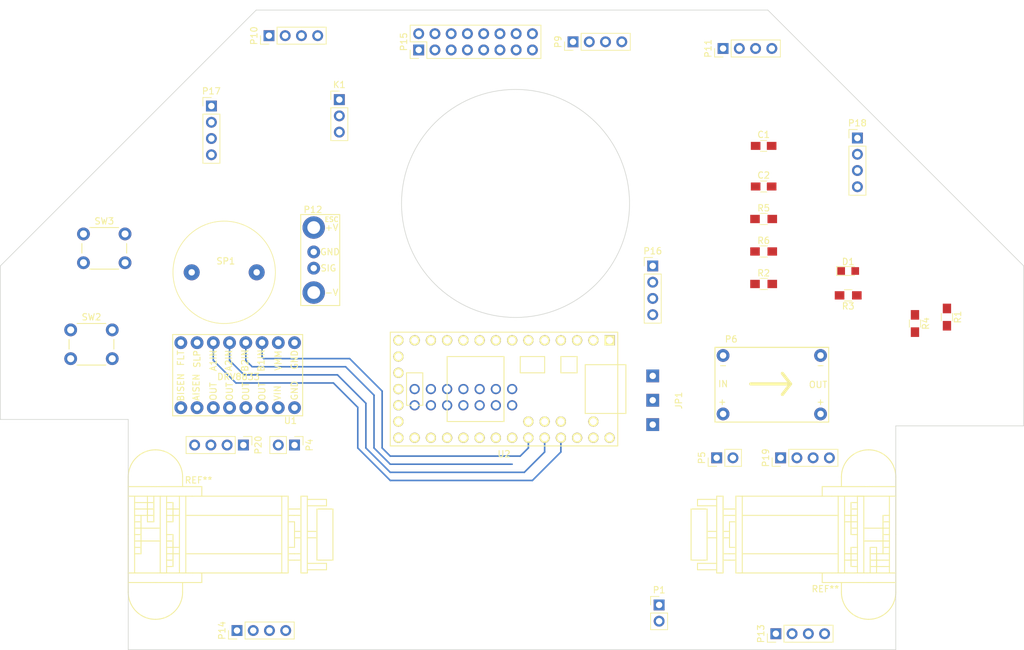
<source format=kicad_pcb>
(kicad_pcb (version 4) (host pcbnew 4.0.5)

  (general
    (links 110)
    (no_connects 107)
    (area 39.949999 54.347618 200.050001 156.050001)
    (thickness 1.6)
    (drawings 17)
    (tracks 34)
    (zones 0)
    (modules 34)
    (nets 62)
  )

  (page A4)
  (layers
    (0 F.Cu signal)
    (31 B.Cu signal)
    (32 B.Adhes user)
    (33 F.Adhes user)
    (34 B.Paste user)
    (35 F.Paste user)
    (36 B.SilkS user)
    (37 F.SilkS user)
    (38 B.Mask user)
    (39 F.Mask user)
    (40 Dwgs.User user)
    (41 Cmts.User user)
    (42 Eco1.User user)
    (43 Eco2.User user)
    (44 Edge.Cuts user)
    (45 Margin user)
    (46 B.CrtYd user)
    (47 F.CrtYd user)
    (48 B.Fab user)
    (49 F.Fab user)
  )

  (setup
    (last_trace_width 0.25)
    (trace_clearance 0.2)
    (zone_clearance 0.508)
    (zone_45_only no)
    (trace_min 0.2)
    (segment_width 0.2)
    (edge_width 0.1)
    (via_size 0.6)
    (via_drill 0.4)
    (via_min_size 0.4)
    (via_min_drill 0.3)
    (uvia_size 0.3)
    (uvia_drill 0.1)
    (uvias_allowed no)
    (uvia_min_size 0.2)
    (uvia_min_drill 0.1)
    (pcb_text_width 0.3)
    (pcb_text_size 1.5 1.5)
    (mod_edge_width 0.15)
    (mod_text_size 1 1)
    (mod_text_width 0.15)
    (pad_size 1.5 1.5)
    (pad_drill 0.6)
    (pad_to_mask_clearance 0)
    (aux_axis_origin 0 0)
    (visible_elements FFFFFF7F)
    (pcbplotparams
      (layerselection 0x00030_80000001)
      (usegerberextensions false)
      (excludeedgelayer true)
      (linewidth 0.100000)
      (plotframeref false)
      (viasonmask false)
      (mode 1)
      (useauxorigin false)
      (hpglpennumber 1)
      (hpglpenspeed 20)
      (hpglpendiameter 15)
      (hpglpenoverlay 2)
      (psnegative false)
      (psa4output false)
      (plotreference true)
      (plotvalue true)
      (plotinvisibletext false)
      (padsonsilk false)
      (subtractmaskfromsilk false)
      (outputformat 1)
      (mirror false)
      (drillshape 1)
      (scaleselection 1)
      (outputdirectory ""))
  )

  (net 0 "")
  (net 1 +BATT)
  (net 2 GND)
  (net 3 "Net-(D1-Pad2)")
  (net 4 IR_RECEIVER)
  (net 5 RX)
  (net 6 TX)
  (net 7 R_ENC_A)
  (net 8 R_ENC_B)
  (net 9 BUZZER)
  (net 10 SENSOR_BAR_LED)
  (net 11 EDF_PWM)
  (net 12 MOTOR_DRIVE_FAULT)
  (net 13 +5V)
  (net 14 R1_MOT)
  (net 15 R2_MOT)
  (net 16 L1_MOT)
  (net 17 L2_MOT)
  (net 18 LINE_SENS_4)
  (net 19 LINE_SENS_3)
  (net 20 LINE_SENS_2)
  (net 21 LINE_SENS_1)
  (net 22 BATT_SENS)
  (net 23 L_MOT+)
  (net 24 L_MOT-)
  (net 25 R_MOT+)
  (net 26 R_MOT-)
  (net 27 FRONT_SENS_L)
  (net 28 USR_SW2)
  (net 29 L_ENC_B)
  (net 30 SIDE_SENS_L)
  (net 31 LINE_SENS_8)
  (net 32 LINE_SENS_6)
  (net 33 "Net-(JP1-Pad2)")
  (net 34 BACK_SENS_L)
  (net 35 BACK_SENS_R)
  (net 36 FRONT_SENS_R)
  (net 37 USR_SW1)
  (net 38 L_ENC_A)
  (net 39 SIDE_SENS_R)
  (net 40 LINE_SENS_7)
  (net 41 LINE_SENS_5)
  (net 42 VIN_SENS)
  (net 43 _SENS)
  (net 44 EN)
  (net 45 "Net-(U2-Pad18)")
  (net 46 "Net-(U2-Pad19)")
  (net 47 "Net-(U2-Pad16)")
  (net 48 "Net-(U2-Pad15)")
  (net 49 "Net-(U2-Pad34)")
  (net 50 "Net-(U1-Pad2)")
  (net 51 "Net-(U1-Pad7)")
  (net 52 "Net-(U1-Pad9)")
  (net 53 "Net-(U1-Pad10)")
  (net 54 +3V3)
  (net 55 "Net-(U2-Pad20)")
  (net 56 "Net-(U2-Pad22)")
  (net 57 "Net-(U2-Pad13)")
  (net 58 "Net-(U2-Pad12)")
  (net 59 "Net-(U2-Pad9)")
  (net 60 "Net-(U2-Pad7)")
  (net 61 "Net-(U2-Pad50)")

  (net_class Default "Esta es la clase de red por defecto."
    (clearance 0.2)
    (trace_width 0.25)
    (via_dia 0.6)
    (via_drill 0.4)
    (uvia_dia 0.3)
    (uvia_drill 0.1)
    (add_net +3V3)
    (add_net +5V)
    (add_net +BATT)
    (add_net BACK_SENS_L)
    (add_net BACK_SENS_R)
    (add_net BATT_SENS)
    (add_net BUZZER)
    (add_net EDF_PWM)
    (add_net EN)
    (add_net FRONT_SENS_L)
    (add_net FRONT_SENS_R)
    (add_net GND)
    (add_net IR_RECEIVER)
    (add_net L1_MOT)
    (add_net L2_MOT)
    (add_net LINE_SENS_1)
    (add_net LINE_SENS_2)
    (add_net LINE_SENS_3)
    (add_net LINE_SENS_4)
    (add_net LINE_SENS_5)
    (add_net LINE_SENS_6)
    (add_net LINE_SENS_7)
    (add_net LINE_SENS_8)
    (add_net L_ENC_A)
    (add_net L_ENC_B)
    (add_net L_MOT+)
    (add_net L_MOT-)
    (add_net MOTOR_DRIVE_FAULT)
    (add_net "Net-(D1-Pad2)")
    (add_net "Net-(JP1-Pad2)")
    (add_net "Net-(U1-Pad10)")
    (add_net "Net-(U1-Pad2)")
    (add_net "Net-(U1-Pad7)")
    (add_net "Net-(U1-Pad9)")
    (add_net "Net-(U2-Pad12)")
    (add_net "Net-(U2-Pad13)")
    (add_net "Net-(U2-Pad15)")
    (add_net "Net-(U2-Pad16)")
    (add_net "Net-(U2-Pad18)")
    (add_net "Net-(U2-Pad19)")
    (add_net "Net-(U2-Pad20)")
    (add_net "Net-(U2-Pad22)")
    (add_net "Net-(U2-Pad34)")
    (add_net "Net-(U2-Pad50)")
    (add_net "Net-(U2-Pad7)")
    (add_net "Net-(U2-Pad9)")
    (add_net R1_MOT)
    (add_net R2_MOT)
    (add_net RX)
    (add_net R_ENC_A)
    (add_net R_ENC_B)
    (add_net R_MOT+)
    (add_net R_MOT-)
    (add_net SENSOR_BAR_LED)
    (add_net SIDE_SENS_L)
    (add_net SIDE_SENS_R)
    (add_net TX)
    (add_net USR_SW1)
    (add_net USR_SW2)
    (add_net VIN_SENS)
    (add_net _SENS)
  )

  (module Capacitors_SMD:C_0805_HandSoldering (layer F.Cu) (tedit 58AA84A8) (tstamp 595A2B9B)
    (at 159.34 77.23)
    (descr "Capacitor SMD 0805, hand soldering")
    (tags "capacitor 0805")
    (path /5940F08B)
    (attr smd)
    (fp_text reference C1 (at 0 -1.75) (layer F.SilkS)
      (effects (font (size 1 1) (thickness 0.15)))
    )
    (fp_text value C (at 0 1.75) (layer F.Fab)
      (effects (font (size 1 1) (thickness 0.15)))
    )
    (fp_text user %R (at 0 -1.75) (layer F.Fab)
      (effects (font (size 1 1) (thickness 0.15)))
    )
    (fp_line (start -1 0.62) (end -1 -0.62) (layer F.Fab) (width 0.1))
    (fp_line (start 1 0.62) (end -1 0.62) (layer F.Fab) (width 0.1))
    (fp_line (start 1 -0.62) (end 1 0.62) (layer F.Fab) (width 0.1))
    (fp_line (start -1 -0.62) (end 1 -0.62) (layer F.Fab) (width 0.1))
    (fp_line (start 0.5 -0.85) (end -0.5 -0.85) (layer F.SilkS) (width 0.12))
    (fp_line (start -0.5 0.85) (end 0.5 0.85) (layer F.SilkS) (width 0.12))
    (fp_line (start -2.25 -0.88) (end 2.25 -0.88) (layer F.CrtYd) (width 0.05))
    (fp_line (start -2.25 -0.88) (end -2.25 0.87) (layer F.CrtYd) (width 0.05))
    (fp_line (start 2.25 0.87) (end 2.25 -0.88) (layer F.CrtYd) (width 0.05))
    (fp_line (start 2.25 0.87) (end -2.25 0.87) (layer F.CrtYd) (width 0.05))
    (pad 1 smd rect (at -1.25 0) (size 1.5 1.25) (layers F.Cu F.Paste F.Mask)
      (net 1 +BATT))
    (pad 2 smd rect (at 1.25 0) (size 1.5 1.25) (layers F.Cu F.Paste F.Mask)
      (net 2 GND))
    (model Capacitors_SMD.3dshapes/C_0805.wrl
      (at (xyz 0 0 0))
      (scale (xyz 1 1 1))
      (rotate (xyz 0 0 0))
    )
  )

  (module Capacitors_SMD:C_0805_HandSoldering (layer F.Cu) (tedit 58AA84A8) (tstamp 595A2BA1)
    (at 159.34 83.58)
    (descr "Capacitor SMD 0805, hand soldering")
    (tags "capacitor 0805")
    (path /5940F091)
    (attr smd)
    (fp_text reference C2 (at 0 -1.75) (layer F.SilkS)
      (effects (font (size 1 1) (thickness 0.15)))
    )
    (fp_text value C (at 0 1.75) (layer F.Fab)
      (effects (font (size 1 1) (thickness 0.15)))
    )
    (fp_text user %R (at 0 -1.75) (layer F.Fab)
      (effects (font (size 1 1) (thickness 0.15)))
    )
    (fp_line (start -1 0.62) (end -1 -0.62) (layer F.Fab) (width 0.1))
    (fp_line (start 1 0.62) (end -1 0.62) (layer F.Fab) (width 0.1))
    (fp_line (start 1 -0.62) (end 1 0.62) (layer F.Fab) (width 0.1))
    (fp_line (start -1 -0.62) (end 1 -0.62) (layer F.Fab) (width 0.1))
    (fp_line (start 0.5 -0.85) (end -0.5 -0.85) (layer F.SilkS) (width 0.12))
    (fp_line (start -0.5 0.85) (end 0.5 0.85) (layer F.SilkS) (width 0.12))
    (fp_line (start -2.25 -0.88) (end 2.25 -0.88) (layer F.CrtYd) (width 0.05))
    (fp_line (start -2.25 -0.88) (end -2.25 0.87) (layer F.CrtYd) (width 0.05))
    (fp_line (start 2.25 0.87) (end 2.25 -0.88) (layer F.CrtYd) (width 0.05))
    (fp_line (start 2.25 0.87) (end -2.25 0.87) (layer F.CrtYd) (width 0.05))
    (pad 1 smd rect (at -1.25 0) (size 1.5 1.25) (layers F.Cu F.Paste F.Mask)
      (net 1 +BATT))
    (pad 2 smd rect (at 1.25 0) (size 1.5 1.25) (layers F.Cu F.Paste F.Mask)
      (net 2 GND))
    (model Capacitors_SMD.3dshapes/C_0805.wrl
      (at (xyz 0 0 0))
      (scale (xyz 1 1 1))
      (rotate (xyz 0 0 0))
    )
  )

  (module LEDs:LED_0805 (layer F.Cu) (tedit 57FE93EC) (tstamp 595A2BA7)
    (at 172.56 96.79)
    (descr "LED 0805 smd package")
    (tags "LED led 0805 SMD smd SMT smt smdled SMDLED smtled SMTLED")
    (path /59384DF8)
    (attr smd)
    (fp_text reference D1 (at 0 -1.45) (layer F.SilkS)
      (effects (font (size 1 1) (thickness 0.15)))
    )
    (fp_text value LED (at 0 1.55) (layer F.Fab)
      (effects (font (size 1 1) (thickness 0.15)))
    )
    (fp_line (start -1.8 -0.7) (end -1.8 0.7) (layer F.SilkS) (width 0.12))
    (fp_line (start -0.4 -0.4) (end -0.4 0.4) (layer F.Fab) (width 0.1))
    (fp_line (start -0.4 0) (end 0.2 -0.4) (layer F.Fab) (width 0.1))
    (fp_line (start 0.2 0.4) (end -0.4 0) (layer F.Fab) (width 0.1))
    (fp_line (start 0.2 -0.4) (end 0.2 0.4) (layer F.Fab) (width 0.1))
    (fp_line (start 1 0.6) (end -1 0.6) (layer F.Fab) (width 0.1))
    (fp_line (start 1 -0.6) (end 1 0.6) (layer F.Fab) (width 0.1))
    (fp_line (start -1 -0.6) (end 1 -0.6) (layer F.Fab) (width 0.1))
    (fp_line (start -1 0.6) (end -1 -0.6) (layer F.Fab) (width 0.1))
    (fp_line (start -1.8 0.7) (end 1 0.7) (layer F.SilkS) (width 0.12))
    (fp_line (start -1.8 -0.7) (end 1 -0.7) (layer F.SilkS) (width 0.12))
    (fp_line (start 1.95 -0.85) (end 1.95 0.85) (layer F.CrtYd) (width 0.05))
    (fp_line (start 1.95 0.85) (end -1.95 0.85) (layer F.CrtYd) (width 0.05))
    (fp_line (start -1.95 0.85) (end -1.95 -0.85) (layer F.CrtYd) (width 0.05))
    (fp_line (start -1.95 -0.85) (end 1.95 -0.85) (layer F.CrtYd) (width 0.05))
    (pad 2 smd rect (at 1.1 0 180) (size 1.2 1.2) (layers F.Cu F.Paste F.Mask)
      (net 3 "Net-(D1-Pad2)"))
    (pad 1 smd rect (at -1.1 0 180) (size 1.2 1.2) (layers F.Cu F.Paste F.Mask)
      (net 1 +BATT))
    (model LEDs.3dshapes/LED_0805.wrl
      (at (xyz 0 0 0))
      (scale (xyz 1 1 1))
      (rotate (xyz 0 0 180))
    )
  )

  (module Pin_Headers:Pin_Header_Straight_1x03_Pitch2.54mm (layer F.Cu) (tedit 58CD4EC1) (tstamp 595A2BAE)
    (at 93 70)
    (descr "Through hole straight pin header, 1x03, 2.54mm pitch, single row")
    (tags "Through hole pin header THT 1x03 2.54mm single row")
    (path /5941103F)
    (fp_text reference K1 (at 0 -2.33) (layer F.SilkS)
      (effects (font (size 1 1) (thickness 0.15)))
    )
    (fp_text value IR (at 0 7.41) (layer F.Fab)
      (effects (font (size 1 1) (thickness 0.15)))
    )
    (fp_line (start -1.27 -1.27) (end -1.27 6.35) (layer F.Fab) (width 0.1))
    (fp_line (start -1.27 6.35) (end 1.27 6.35) (layer F.Fab) (width 0.1))
    (fp_line (start 1.27 6.35) (end 1.27 -1.27) (layer F.Fab) (width 0.1))
    (fp_line (start 1.27 -1.27) (end -1.27 -1.27) (layer F.Fab) (width 0.1))
    (fp_line (start -1.33 1.27) (end -1.33 6.41) (layer F.SilkS) (width 0.12))
    (fp_line (start -1.33 6.41) (end 1.33 6.41) (layer F.SilkS) (width 0.12))
    (fp_line (start 1.33 6.41) (end 1.33 1.27) (layer F.SilkS) (width 0.12))
    (fp_line (start 1.33 1.27) (end -1.33 1.27) (layer F.SilkS) (width 0.12))
    (fp_line (start -1.33 0) (end -1.33 -1.33) (layer F.SilkS) (width 0.12))
    (fp_line (start -1.33 -1.33) (end 0 -1.33) (layer F.SilkS) (width 0.12))
    (fp_line (start -1.8 -1.8) (end -1.8 6.85) (layer F.CrtYd) (width 0.05))
    (fp_line (start -1.8 6.85) (end 1.8 6.85) (layer F.CrtYd) (width 0.05))
    (fp_line (start 1.8 6.85) (end 1.8 -1.8) (layer F.CrtYd) (width 0.05))
    (fp_line (start 1.8 -1.8) (end -1.8 -1.8) (layer F.CrtYd) (width 0.05))
    (fp_text user %R (at 0 -2.33) (layer F.Fab)
      (effects (font (size 1 1) (thickness 0.15)))
    )
    (pad 1 thru_hole rect (at 0 0) (size 1.7 1.7) (drill 1) (layers *.Cu *.Mask)
      (net 54 +3V3))
    (pad 2 thru_hole oval (at 0 2.54) (size 1.7 1.7) (drill 1) (layers *.Cu *.Mask)
      (net 4 IR_RECEIVER))
    (pad 3 thru_hole oval (at 0 5.08) (size 1.7 1.7) (drill 1) (layers *.Cu *.Mask)
      (net 2 GND))
    (model ${KISYS3DMOD}/Pin_Headers.3dshapes/Pin_Header_Straight_1x03_Pitch2.54mm.wrl
      (at (xyz 0 -0.1 0))
      (scale (xyz 1 1 1))
      (rotate (xyz 0 0 90))
    )
  )

  (module Pin_Headers:Pin_Header_Straight_1x02_Pitch2.54mm (layer F.Cu) (tedit 58CD4EC1) (tstamp 595A2BB4)
    (at 143 149)
    (descr "Through hole straight pin header, 1x02, 2.54mm pitch, single row")
    (tags "Through hole pin header THT 1x02 2.54mm single row")
    (path /59383964)
    (fp_text reference P1 (at 0 -2.33) (layer F.SilkS)
      (effects (font (size 1 1) (thickness 0.15)))
    )
    (fp_text value VBAT (at 0 4.87) (layer F.Fab)
      (effects (font (size 1 1) (thickness 0.15)))
    )
    (fp_line (start -1.27 -1.27) (end -1.27 3.81) (layer F.Fab) (width 0.1))
    (fp_line (start -1.27 3.81) (end 1.27 3.81) (layer F.Fab) (width 0.1))
    (fp_line (start 1.27 3.81) (end 1.27 -1.27) (layer F.Fab) (width 0.1))
    (fp_line (start 1.27 -1.27) (end -1.27 -1.27) (layer F.Fab) (width 0.1))
    (fp_line (start -1.33 1.27) (end -1.33 3.87) (layer F.SilkS) (width 0.12))
    (fp_line (start -1.33 3.87) (end 1.33 3.87) (layer F.SilkS) (width 0.12))
    (fp_line (start 1.33 3.87) (end 1.33 1.27) (layer F.SilkS) (width 0.12))
    (fp_line (start 1.33 1.27) (end -1.33 1.27) (layer F.SilkS) (width 0.12))
    (fp_line (start -1.33 0) (end -1.33 -1.33) (layer F.SilkS) (width 0.12))
    (fp_line (start -1.33 -1.33) (end 0 -1.33) (layer F.SilkS) (width 0.12))
    (fp_line (start -1.8 -1.8) (end -1.8 4.35) (layer F.CrtYd) (width 0.05))
    (fp_line (start -1.8 4.35) (end 1.8 4.35) (layer F.CrtYd) (width 0.05))
    (fp_line (start 1.8 4.35) (end 1.8 -1.8) (layer F.CrtYd) (width 0.05))
    (fp_line (start 1.8 -1.8) (end -1.8 -1.8) (layer F.CrtYd) (width 0.05))
    (fp_text user %R (at 0 -2.33) (layer F.Fab)
      (effects (font (size 1 1) (thickness 0.15)))
    )
    (pad 1 thru_hole rect (at 0 0) (size 1.7 1.7) (drill 1) (layers *.Cu *.Mask)
      (net 1 +BATT))
    (pad 2 thru_hole oval (at 0 2.54) (size 1.7 1.7) (drill 1) (layers *.Cu *.Mask)
      (net 2 GND))
    (model ${KISYS3DMOD}/Pin_Headers.3dshapes/Pin_Header_Straight_1x02_Pitch2.54mm.wrl
      (at (xyz 0 -0.05 0))
      (scale (xyz 1 1 1))
      (rotate (xyz 0 0 90))
    )
  )

  (module Pin_Headers:Pin_Header_Straight_1x02_Pitch2.54mm (layer F.Cu) (tedit 58CD4EC1) (tstamp 595A2BDE)
    (at 86 124 270)
    (descr "Through hole straight pin header, 1x02, 2.54mm pitch, single row")
    (tags "Through hole pin header THT 1x02 2.54mm single row")
    (path /593831A8)
    (fp_text reference P4 (at 0 -2.33 270) (layer F.SilkS)
      (effects (font (size 1 1) (thickness 0.15)))
    )
    (fp_text value L_MOT (at 0 4.87 270) (layer F.Fab)
      (effects (font (size 1 1) (thickness 0.15)))
    )
    (fp_line (start -1.27 -1.27) (end -1.27 3.81) (layer F.Fab) (width 0.1))
    (fp_line (start -1.27 3.81) (end 1.27 3.81) (layer F.Fab) (width 0.1))
    (fp_line (start 1.27 3.81) (end 1.27 -1.27) (layer F.Fab) (width 0.1))
    (fp_line (start 1.27 -1.27) (end -1.27 -1.27) (layer F.Fab) (width 0.1))
    (fp_line (start -1.33 1.27) (end -1.33 3.87) (layer F.SilkS) (width 0.12))
    (fp_line (start -1.33 3.87) (end 1.33 3.87) (layer F.SilkS) (width 0.12))
    (fp_line (start 1.33 3.87) (end 1.33 1.27) (layer F.SilkS) (width 0.12))
    (fp_line (start 1.33 1.27) (end -1.33 1.27) (layer F.SilkS) (width 0.12))
    (fp_line (start -1.33 0) (end -1.33 -1.33) (layer F.SilkS) (width 0.12))
    (fp_line (start -1.33 -1.33) (end 0 -1.33) (layer F.SilkS) (width 0.12))
    (fp_line (start -1.8 -1.8) (end -1.8 4.35) (layer F.CrtYd) (width 0.05))
    (fp_line (start -1.8 4.35) (end 1.8 4.35) (layer F.CrtYd) (width 0.05))
    (fp_line (start 1.8 4.35) (end 1.8 -1.8) (layer F.CrtYd) (width 0.05))
    (fp_line (start 1.8 -1.8) (end -1.8 -1.8) (layer F.CrtYd) (width 0.05))
    (fp_text user %R (at 0 -2.33 270) (layer F.Fab)
      (effects (font (size 1 1) (thickness 0.15)))
    )
    (pad 1 thru_hole rect (at 0 0 270) (size 1.7 1.7) (drill 1) (layers *.Cu *.Mask)
      (net 23 L_MOT+))
    (pad 2 thru_hole oval (at 0 2.54 270) (size 1.7 1.7) (drill 1) (layers *.Cu *.Mask)
      (net 24 L_MOT-))
    (model ${KISYS3DMOD}/Pin_Headers.3dshapes/Pin_Header_Straight_1x02_Pitch2.54mm.wrl
      (at (xyz 0 -0.05 0))
      (scale (xyz 1 1 1))
      (rotate (xyz 0 0 90))
    )
  )

  (module Pin_Headers:Pin_Header_Straight_1x02_Pitch2.54mm (layer F.Cu) (tedit 58CD4EC1) (tstamp 595A2BE4)
    (at 152 126 90)
    (descr "Through hole straight pin header, 1x02, 2.54mm pitch, single row")
    (tags "Through hole pin header THT 1x02 2.54mm single row")
    (path /59383171)
    (fp_text reference P5 (at 0 -2.33 90) (layer F.SilkS)
      (effects (font (size 1 1) (thickness 0.15)))
    )
    (fp_text value R_MOT (at 0 4.87 90) (layer F.Fab)
      (effects (font (size 1 1) (thickness 0.15)))
    )
    (fp_line (start -1.27 -1.27) (end -1.27 3.81) (layer F.Fab) (width 0.1))
    (fp_line (start -1.27 3.81) (end 1.27 3.81) (layer F.Fab) (width 0.1))
    (fp_line (start 1.27 3.81) (end 1.27 -1.27) (layer F.Fab) (width 0.1))
    (fp_line (start 1.27 -1.27) (end -1.27 -1.27) (layer F.Fab) (width 0.1))
    (fp_line (start -1.33 1.27) (end -1.33 3.87) (layer F.SilkS) (width 0.12))
    (fp_line (start -1.33 3.87) (end 1.33 3.87) (layer F.SilkS) (width 0.12))
    (fp_line (start 1.33 3.87) (end 1.33 1.27) (layer F.SilkS) (width 0.12))
    (fp_line (start 1.33 1.27) (end -1.33 1.27) (layer F.SilkS) (width 0.12))
    (fp_line (start -1.33 0) (end -1.33 -1.33) (layer F.SilkS) (width 0.12))
    (fp_line (start -1.33 -1.33) (end 0 -1.33) (layer F.SilkS) (width 0.12))
    (fp_line (start -1.8 -1.8) (end -1.8 4.35) (layer F.CrtYd) (width 0.05))
    (fp_line (start -1.8 4.35) (end 1.8 4.35) (layer F.CrtYd) (width 0.05))
    (fp_line (start 1.8 4.35) (end 1.8 -1.8) (layer F.CrtYd) (width 0.05))
    (fp_line (start 1.8 -1.8) (end -1.8 -1.8) (layer F.CrtYd) (width 0.05))
    (fp_text user %R (at 0 -2.33 90) (layer F.Fab)
      (effects (font (size 1 1) (thickness 0.15)))
    )
    (pad 1 thru_hole rect (at 0 0 90) (size 1.7 1.7) (drill 1) (layers *.Cu *.Mask)
      (net 25 R_MOT+))
    (pad 2 thru_hole oval (at 0 2.54 90) (size 1.7 1.7) (drill 1) (layers *.Cu *.Mask)
      (net 26 R_MOT-))
    (model ${KISYS3DMOD}/Pin_Headers.3dshapes/Pin_Header_Straight_1x02_Pitch2.54mm.wrl
      (at (xyz 0 -0.05 0))
      (scale (xyz 1 1 1))
      (rotate (xyz 0 0 90))
    )
  )

  (module DCDC:miniDCDCstepDown2A (layer F.Cu) (tedit 595A29CB) (tstamp 595A2BFA)
    (at 153 110)
    (path /5959EC58)
    (fp_text reference P6 (at 1.27 -2.54) (layer F.SilkS)
      (effects (font (size 1 1) (thickness 0.15)))
    )
    (fp_text value DCDC (at 7.62 12.7) (layer F.Fab)
      (effects (font (size 1 1) (thickness 0.15)))
    )
    (fp_line (start 10.541 4.445) (end 9.271 6.096) (layer F.SilkS) (width 0.5))
    (fp_line (start 4.318 4.445) (end 10.541 4.445) (layer F.SilkS) (width 0.5))
    (fp_line (start 10.541 4.445) (end 9.271 2.794) (layer F.SilkS) (width 0.5))
    (fp_text user + (at 15.24 7.239) (layer F.SilkS)
      (effects (font (size 1 1) (thickness 0.15)))
    )
    (fp_text user - (at 15.24 1.524) (layer F.SilkS)
      (effects (font (size 1 1) (thickness 0.15)))
    )
    (fp_text user - (at 0 1.524) (layer F.SilkS)
      (effects (font (size 1 1) (thickness 0.15)))
    )
    (fp_text user + (at -0.127 7.239) (layer F.SilkS)
      (effects (font (size 1 1) (thickness 0.15)))
    )
    (fp_text user OUT (at 14.859 4.572) (layer F.SilkS)
      (effects (font (size 1 1) (thickness 0.15)))
    )
    (fp_text user IN (at 0 4.445) (layer F.SilkS)
      (effects (font (size 1 1) (thickness 0.15)))
    )
    (fp_line (start -1.27 10.414) (end -1.27 -1.27) (layer F.SilkS) (width 0.15))
    (fp_line (start -1.27 -1.27) (end 16.51 -1.27) (layer F.SilkS) (width 0.15))
    (fp_line (start 16.51 -1.27) (end 16.51 10.414) (layer F.SilkS) (width 0.15))
    (fp_line (start -1.27 -1.27) (end 16.51 -1.27) (layer F.SilkS) (width 0.15))
    (fp_line (start 16.51 10.414) (end -1.27 10.414) (layer F.SilkS) (width 0.15))
    (pad 2 thru_hole circle (at 0 0) (size 2 2) (drill 1) (layers *.Cu *.Mask)
      (net 2 GND))
    (pad 1 thru_hole circle (at 0 9.14) (size 2 2) (drill 1) (layers *.Cu *.Mask)
      (net 1 +BATT))
    (pad 4 thru_hole circle (at 15.24 0) (size 2 2) (drill 1) (layers *.Cu *.Mask)
      (net 2 GND))
    (pad 3 thru_hole circle (at 15.24 9.14) (size 2 2) (drill 1) (layers *.Cu *.Mask)
      (net 13 +5V))
  )

  (module Pin_Headers:Pin_Header_Straight_1x04_Pitch2.54mm (layer F.Cu) (tedit 58CD4EC1) (tstamp 595A2C26)
    (at 129.54 60.96 90)
    (descr "Through hole straight pin header, 1x04, 2.54mm pitch, single row")
    (tags "Through hole pin header THT 1x04 2.54mm single row")
    (path /59416E72)
    (fp_text reference P9 (at 0 -2.33 90) (layer F.SilkS)
      (effects (font (size 1 1) (thickness 0.15)))
    )
    (fp_text value FRONT_SENS (at 0 9.95 90) (layer F.Fab)
      (effects (font (size 1 1) (thickness 0.15)))
    )
    (fp_line (start -1.27 -1.27) (end -1.27 8.89) (layer F.Fab) (width 0.1))
    (fp_line (start -1.27 8.89) (end 1.27 8.89) (layer F.Fab) (width 0.1))
    (fp_line (start 1.27 8.89) (end 1.27 -1.27) (layer F.Fab) (width 0.1))
    (fp_line (start 1.27 -1.27) (end -1.27 -1.27) (layer F.Fab) (width 0.1))
    (fp_line (start -1.33 1.27) (end -1.33 8.95) (layer F.SilkS) (width 0.12))
    (fp_line (start -1.33 8.95) (end 1.33 8.95) (layer F.SilkS) (width 0.12))
    (fp_line (start 1.33 8.95) (end 1.33 1.27) (layer F.SilkS) (width 0.12))
    (fp_line (start 1.33 1.27) (end -1.33 1.27) (layer F.SilkS) (width 0.12))
    (fp_line (start -1.33 0) (end -1.33 -1.33) (layer F.SilkS) (width 0.12))
    (fp_line (start -1.33 -1.33) (end 0 -1.33) (layer F.SilkS) (width 0.12))
    (fp_line (start -1.8 -1.8) (end -1.8 9.4) (layer F.CrtYd) (width 0.05))
    (fp_line (start -1.8 9.4) (end 1.8 9.4) (layer F.CrtYd) (width 0.05))
    (fp_line (start 1.8 9.4) (end 1.8 -1.8) (layer F.CrtYd) (width 0.05))
    (fp_line (start 1.8 -1.8) (end -1.8 -1.8) (layer F.CrtYd) (width 0.05))
    (fp_text user %R (at 0 -2.33 90) (layer F.Fab)
      (effects (font (size 1 1) (thickness 0.15)))
    )
    (pad 1 thru_hole rect (at 0 0 90) (size 1.7 1.7) (drill 1) (layers *.Cu *.Mask)
      (net 2 GND))
    (pad 2 thru_hole oval (at 0 2.54 90) (size 1.7 1.7) (drill 1) (layers *.Cu *.Mask)
      (net 42 VIN_SENS))
    (pad 3 thru_hole oval (at 0 5.08 90) (size 1.7 1.7) (drill 1) (layers *.Cu *.Mask)
      (net 43 _SENS))
    (pad 4 thru_hole oval (at 0 7.62 90) (size 1.7 1.7) (drill 1) (layers *.Cu *.Mask)
      (net 44 EN))
    (model ${KISYS3DMOD}/Pin_Headers.3dshapes/Pin_Header_Straight_1x04_Pitch2.54mm.wrl
      (at (xyz 0 -0.15 0))
      (scale (xyz 1 1 1))
      (rotate (xyz 0 0 90))
    )
  )

  (module Pin_Headers:Pin_Header_Straight_1x04_Pitch2.54mm (layer F.Cu) (tedit 58CD4EC1) (tstamp 595A2C2E)
    (at 82 60 90)
    (descr "Through hole straight pin header, 1x04, 2.54mm pitch, single row")
    (tags "Through hole pin header THT 1x04 2.54mm single row")
    (path /59416A08)
    (fp_text reference P10 (at 0 -2.33 90) (layer F.SilkS)
      (effects (font (size 1 1) (thickness 0.15)))
    )
    (fp_text value FRONT_SENS_L (at 0 9.95 90) (layer F.Fab)
      (effects (font (size 1 1) (thickness 0.15)))
    )
    (fp_line (start -1.27 -1.27) (end -1.27 8.89) (layer F.Fab) (width 0.1))
    (fp_line (start -1.27 8.89) (end 1.27 8.89) (layer F.Fab) (width 0.1))
    (fp_line (start 1.27 8.89) (end 1.27 -1.27) (layer F.Fab) (width 0.1))
    (fp_line (start 1.27 -1.27) (end -1.27 -1.27) (layer F.Fab) (width 0.1))
    (fp_line (start -1.33 1.27) (end -1.33 8.95) (layer F.SilkS) (width 0.12))
    (fp_line (start -1.33 8.95) (end 1.33 8.95) (layer F.SilkS) (width 0.12))
    (fp_line (start 1.33 8.95) (end 1.33 1.27) (layer F.SilkS) (width 0.12))
    (fp_line (start 1.33 1.27) (end -1.33 1.27) (layer F.SilkS) (width 0.12))
    (fp_line (start -1.33 0) (end -1.33 -1.33) (layer F.SilkS) (width 0.12))
    (fp_line (start -1.33 -1.33) (end 0 -1.33) (layer F.SilkS) (width 0.12))
    (fp_line (start -1.8 -1.8) (end -1.8 9.4) (layer F.CrtYd) (width 0.05))
    (fp_line (start -1.8 9.4) (end 1.8 9.4) (layer F.CrtYd) (width 0.05))
    (fp_line (start 1.8 9.4) (end 1.8 -1.8) (layer F.CrtYd) (width 0.05))
    (fp_line (start 1.8 -1.8) (end -1.8 -1.8) (layer F.CrtYd) (width 0.05))
    (fp_text user %R (at 0 -2.33 90) (layer F.Fab)
      (effects (font (size 1 1) (thickness 0.15)))
    )
    (pad 1 thru_hole rect (at 0 0 90) (size 1.7 1.7) (drill 1) (layers *.Cu *.Mask)
      (net 2 GND))
    (pad 2 thru_hole oval (at 0 2.54 90) (size 1.7 1.7) (drill 1) (layers *.Cu *.Mask)
      (net 42 VIN_SENS))
    (pad 3 thru_hole oval (at 0 5.08 90) (size 1.7 1.7) (drill 1) (layers *.Cu *.Mask)
      (net 43 _SENS))
    (pad 4 thru_hole oval (at 0 7.62 90) (size 1.7 1.7) (drill 1) (layers *.Cu *.Mask)
      (net 44 EN))
    (model ${KISYS3DMOD}/Pin_Headers.3dshapes/Pin_Header_Straight_1x04_Pitch2.54mm.wrl
      (at (xyz 0 -0.15 0))
      (scale (xyz 1 1 1))
      (rotate (xyz 0 0 90))
    )
  )

  (module Pin_Headers:Pin_Header_Straight_1x04_Pitch2.54mm (layer F.Cu) (tedit 58CD4EC1) (tstamp 595A2C36)
    (at 153 62 90)
    (descr "Through hole straight pin header, 1x04, 2.54mm pitch, single row")
    (tags "Through hole pin header THT 1x04 2.54mm single row")
    (path /59416E1E)
    (fp_text reference P11 (at 0 -2.33 90) (layer F.SilkS)
      (effects (font (size 1 1) (thickness 0.15)))
    )
    (fp_text value FRONT_SENS_R (at 0 9.95 90) (layer F.Fab)
      (effects (font (size 1 1) (thickness 0.15)))
    )
    (fp_line (start -1.27 -1.27) (end -1.27 8.89) (layer F.Fab) (width 0.1))
    (fp_line (start -1.27 8.89) (end 1.27 8.89) (layer F.Fab) (width 0.1))
    (fp_line (start 1.27 8.89) (end 1.27 -1.27) (layer F.Fab) (width 0.1))
    (fp_line (start 1.27 -1.27) (end -1.27 -1.27) (layer F.Fab) (width 0.1))
    (fp_line (start -1.33 1.27) (end -1.33 8.95) (layer F.SilkS) (width 0.12))
    (fp_line (start -1.33 8.95) (end 1.33 8.95) (layer F.SilkS) (width 0.12))
    (fp_line (start 1.33 8.95) (end 1.33 1.27) (layer F.SilkS) (width 0.12))
    (fp_line (start 1.33 1.27) (end -1.33 1.27) (layer F.SilkS) (width 0.12))
    (fp_line (start -1.33 0) (end -1.33 -1.33) (layer F.SilkS) (width 0.12))
    (fp_line (start -1.33 -1.33) (end 0 -1.33) (layer F.SilkS) (width 0.12))
    (fp_line (start -1.8 -1.8) (end -1.8 9.4) (layer F.CrtYd) (width 0.05))
    (fp_line (start -1.8 9.4) (end 1.8 9.4) (layer F.CrtYd) (width 0.05))
    (fp_line (start 1.8 9.4) (end 1.8 -1.8) (layer F.CrtYd) (width 0.05))
    (fp_line (start 1.8 -1.8) (end -1.8 -1.8) (layer F.CrtYd) (width 0.05))
    (fp_text user %R (at 0 -2.33 90) (layer F.Fab)
      (effects (font (size 1 1) (thickness 0.15)))
    )
    (pad 1 thru_hole rect (at 0 0 90) (size 1.7 1.7) (drill 1) (layers *.Cu *.Mask)
      (net 2 GND))
    (pad 2 thru_hole oval (at 0 2.54 90) (size 1.7 1.7) (drill 1) (layers *.Cu *.Mask)
      (net 42 VIN_SENS))
    (pad 3 thru_hole oval (at 0 5.08 90) (size 1.7 1.7) (drill 1) (layers *.Cu *.Mask)
      (net 43 _SENS))
    (pad 4 thru_hole oval (at 0 7.62 90) (size 1.7 1.7) (drill 1) (layers *.Cu *.Mask)
      (net 44 EN))
    (model ${KISYS3DMOD}/Pin_Headers.3dshapes/Pin_Header_Straight_1x04_Pitch2.54mm.wrl
      (at (xyz 0 -0.15 0))
      (scale (xyz 1 1 1))
      (rotate (xyz 0 0 90))
    )
  )

  (module Pin_Headers:Pin_Header_Straight_1x04_Pitch2.54mm (layer F.Cu) (tedit 58CD4EC1) (tstamp 595A2C48)
    (at 161.25 153.5 90)
    (descr "Through hole straight pin header, 1x04, 2.54mm pitch, single row")
    (tags "Through hole pin header THT 1x04 2.54mm single row")
    (path /59416E09)
    (fp_text reference P13 (at 0 -2.33 90) (layer F.SilkS)
      (effects (font (size 1 1) (thickness 0.15)))
    )
    (fp_text value SENS (at 0 9.95 90) (layer F.Fab)
      (effects (font (size 1 1) (thickness 0.15)))
    )
    (fp_line (start -1.27 -1.27) (end -1.27 8.89) (layer F.Fab) (width 0.1))
    (fp_line (start -1.27 8.89) (end 1.27 8.89) (layer F.Fab) (width 0.1))
    (fp_line (start 1.27 8.89) (end 1.27 -1.27) (layer F.Fab) (width 0.1))
    (fp_line (start 1.27 -1.27) (end -1.27 -1.27) (layer F.Fab) (width 0.1))
    (fp_line (start -1.33 1.27) (end -1.33 8.95) (layer F.SilkS) (width 0.12))
    (fp_line (start -1.33 8.95) (end 1.33 8.95) (layer F.SilkS) (width 0.12))
    (fp_line (start 1.33 8.95) (end 1.33 1.27) (layer F.SilkS) (width 0.12))
    (fp_line (start 1.33 1.27) (end -1.33 1.27) (layer F.SilkS) (width 0.12))
    (fp_line (start -1.33 0) (end -1.33 -1.33) (layer F.SilkS) (width 0.12))
    (fp_line (start -1.33 -1.33) (end 0 -1.33) (layer F.SilkS) (width 0.12))
    (fp_line (start -1.8 -1.8) (end -1.8 9.4) (layer F.CrtYd) (width 0.05))
    (fp_line (start -1.8 9.4) (end 1.8 9.4) (layer F.CrtYd) (width 0.05))
    (fp_line (start 1.8 9.4) (end 1.8 -1.8) (layer F.CrtYd) (width 0.05))
    (fp_line (start 1.8 -1.8) (end -1.8 -1.8) (layer F.CrtYd) (width 0.05))
    (fp_text user %R (at 0 -2.33 90) (layer F.Fab)
      (effects (font (size 1 1) (thickness 0.15)))
    )
    (pad 1 thru_hole rect (at 0 0 90) (size 1.7 1.7) (drill 1) (layers *.Cu *.Mask)
      (net 2 GND))
    (pad 2 thru_hole oval (at 0 2.54 90) (size 1.7 1.7) (drill 1) (layers *.Cu *.Mask)
      (net 42 VIN_SENS))
    (pad 3 thru_hole oval (at 0 5.08 90) (size 1.7 1.7) (drill 1) (layers *.Cu *.Mask)
      (net 43 _SENS))
    (pad 4 thru_hole oval (at 0 7.62 90) (size 1.7 1.7) (drill 1) (layers *.Cu *.Mask)
      (net 44 EN))
    (model ${KISYS3DMOD}/Pin_Headers.3dshapes/Pin_Header_Straight_1x04_Pitch2.54mm.wrl
      (at (xyz 0 -0.15 0))
      (scale (xyz 1 1 1))
      (rotate (xyz 0 0 90))
    )
  )

  (module Pin_Headers:Pin_Header_Straight_1x04_Pitch2.54mm (layer F.Cu) (tedit 58CD4EC1) (tstamp 595A2C50)
    (at 77 153 90)
    (descr "Through hole straight pin header, 1x04, 2.54mm pitch, single row")
    (tags "Through hole pin header THT 1x04 2.54mm single row")
    (path /59416E33)
    (fp_text reference P14 (at 0 -2.33 90) (layer F.SilkS)
      (effects (font (size 1 1) (thickness 0.15)))
    )
    (fp_text value SENS (at 0 9.95 90) (layer F.Fab)
      (effects (font (size 1 1) (thickness 0.15)))
    )
    (fp_line (start -1.27 -1.27) (end -1.27 8.89) (layer F.Fab) (width 0.1))
    (fp_line (start -1.27 8.89) (end 1.27 8.89) (layer F.Fab) (width 0.1))
    (fp_line (start 1.27 8.89) (end 1.27 -1.27) (layer F.Fab) (width 0.1))
    (fp_line (start 1.27 -1.27) (end -1.27 -1.27) (layer F.Fab) (width 0.1))
    (fp_line (start -1.33 1.27) (end -1.33 8.95) (layer F.SilkS) (width 0.12))
    (fp_line (start -1.33 8.95) (end 1.33 8.95) (layer F.SilkS) (width 0.12))
    (fp_line (start 1.33 8.95) (end 1.33 1.27) (layer F.SilkS) (width 0.12))
    (fp_line (start 1.33 1.27) (end -1.33 1.27) (layer F.SilkS) (width 0.12))
    (fp_line (start -1.33 0) (end -1.33 -1.33) (layer F.SilkS) (width 0.12))
    (fp_line (start -1.33 -1.33) (end 0 -1.33) (layer F.SilkS) (width 0.12))
    (fp_line (start -1.8 -1.8) (end -1.8 9.4) (layer F.CrtYd) (width 0.05))
    (fp_line (start -1.8 9.4) (end 1.8 9.4) (layer F.CrtYd) (width 0.05))
    (fp_line (start 1.8 9.4) (end 1.8 -1.8) (layer F.CrtYd) (width 0.05))
    (fp_line (start 1.8 -1.8) (end -1.8 -1.8) (layer F.CrtYd) (width 0.05))
    (fp_text user %R (at 0 -2.33 90) (layer F.Fab)
      (effects (font (size 1 1) (thickness 0.15)))
    )
    (pad 1 thru_hole rect (at 0 0 90) (size 1.7 1.7) (drill 1) (layers *.Cu *.Mask)
      (net 2 GND))
    (pad 2 thru_hole oval (at 0 2.54 90) (size 1.7 1.7) (drill 1) (layers *.Cu *.Mask)
      (net 42 VIN_SENS))
    (pad 3 thru_hole oval (at 0 5.08 90) (size 1.7 1.7) (drill 1) (layers *.Cu *.Mask)
      (net 43 _SENS))
    (pad 4 thru_hole oval (at 0 7.62 90) (size 1.7 1.7) (drill 1) (layers *.Cu *.Mask)
      (net 44 EN))
    (model ${KISYS3DMOD}/Pin_Headers.3dshapes/Pin_Header_Straight_1x04_Pitch2.54mm.wrl
      (at (xyz 0 -0.15 0))
      (scale (xyz 1 1 1))
      (rotate (xyz 0 0 90))
    )
  )

  (module Pin_Headers:Pin_Header_Straight_2x08_Pitch2.54mm (layer F.Cu) (tedit 58CD4EC5) (tstamp 595A2C64)
    (at 105.41 62.23 90)
    (descr "Through hole straight pin header, 2x08, 2.54mm pitch, double rows")
    (tags "Through hole pin header THT 2x08 2.54mm double row")
    (path /5941076B)
    (fp_text reference P15 (at 1.27 -2.33 90) (layer F.SilkS)
      (effects (font (size 1 1) (thickness 0.15)))
    )
    (fp_text value CONN_8X2 (at 1.27 20.11 90) (layer F.Fab)
      (effects (font (size 1 1) (thickness 0.15)))
    )
    (fp_line (start -1.27 -1.27) (end -1.27 19.05) (layer F.Fab) (width 0.1))
    (fp_line (start -1.27 19.05) (end 3.81 19.05) (layer F.Fab) (width 0.1))
    (fp_line (start 3.81 19.05) (end 3.81 -1.27) (layer F.Fab) (width 0.1))
    (fp_line (start 3.81 -1.27) (end -1.27 -1.27) (layer F.Fab) (width 0.1))
    (fp_line (start -1.33 1.27) (end -1.33 19.11) (layer F.SilkS) (width 0.12))
    (fp_line (start -1.33 19.11) (end 3.87 19.11) (layer F.SilkS) (width 0.12))
    (fp_line (start 3.87 19.11) (end 3.87 -1.33) (layer F.SilkS) (width 0.12))
    (fp_line (start 3.87 -1.33) (end 1.27 -1.33) (layer F.SilkS) (width 0.12))
    (fp_line (start 1.27 -1.33) (end 1.27 1.27) (layer F.SilkS) (width 0.12))
    (fp_line (start 1.27 1.27) (end -1.33 1.27) (layer F.SilkS) (width 0.12))
    (fp_line (start -1.33 0) (end -1.33 -1.33) (layer F.SilkS) (width 0.12))
    (fp_line (start -1.33 -1.33) (end 0 -1.33) (layer F.SilkS) (width 0.12))
    (fp_line (start -1.8 -1.8) (end -1.8 19.55) (layer F.CrtYd) (width 0.05))
    (fp_line (start -1.8 19.55) (end 4.35 19.55) (layer F.CrtYd) (width 0.05))
    (fp_line (start 4.35 19.55) (end 4.35 -1.8) (layer F.CrtYd) (width 0.05))
    (fp_line (start 4.35 -1.8) (end -1.8 -1.8) (layer F.CrtYd) (width 0.05))
    (fp_text user %R (at 1.27 -2.33 90) (layer F.Fab)
      (effects (font (size 1 1) (thickness 0.15)))
    )
    (pad 1 thru_hole rect (at 0 0 90) (size 1.7 1.7) (drill 1) (layers *.Cu *.Mask)
      (net 10 SENSOR_BAR_LED))
    (pad 2 thru_hole oval (at 2.54 0 90) (size 1.7 1.7) (drill 1) (layers *.Cu *.Mask)
      (net 21 LINE_SENS_1))
    (pad 3 thru_hole oval (at 0 2.54 90) (size 1.7 1.7) (drill 1) (layers *.Cu *.Mask)
      (net 54 +3V3))
    (pad 4 thru_hole oval (at 2.54 2.54 90) (size 1.7 1.7) (drill 1) (layers *.Cu *.Mask)
      (net 20 LINE_SENS_2))
    (pad 5 thru_hole oval (at 0 5.08 90) (size 1.7 1.7) (drill 1) (layers *.Cu *.Mask)
      (net 2 GND))
    (pad 6 thru_hole oval (at 2.54 5.08 90) (size 1.7 1.7) (drill 1) (layers *.Cu *.Mask)
      (net 19 LINE_SENS_3))
    (pad 7 thru_hole oval (at 0 7.62 90) (size 1.7 1.7) (drill 1) (layers *.Cu *.Mask)
      (net 2 GND))
    (pad 8 thru_hole oval (at 2.54 7.62 90) (size 1.7 1.7) (drill 1) (layers *.Cu *.Mask)
      (net 18 LINE_SENS_4))
    (pad 9 thru_hole oval (at 0 10.16 90) (size 1.7 1.7) (drill 1) (layers *.Cu *.Mask)
      (net 2 GND))
    (pad 10 thru_hole oval (at 2.54 10.16 90) (size 1.7 1.7) (drill 1) (layers *.Cu *.Mask)
      (net 41 LINE_SENS_5))
    (pad 11 thru_hole oval (at 0 12.7 90) (size 1.7 1.7) (drill 1) (layers *.Cu *.Mask)
      (net 2 GND))
    (pad 12 thru_hole oval (at 2.54 12.7 90) (size 1.7 1.7) (drill 1) (layers *.Cu *.Mask)
      (net 32 LINE_SENS_6))
    (pad 13 thru_hole oval (at 0 15.24 90) (size 1.7 1.7) (drill 1) (layers *.Cu *.Mask)
      (net 2 GND))
    (pad 14 thru_hole oval (at 2.54 15.24 90) (size 1.7 1.7) (drill 1) (layers *.Cu *.Mask)
      (net 40 LINE_SENS_7))
    (pad 15 thru_hole oval (at 0 17.78 90) (size 1.7 1.7) (drill 1) (layers *.Cu *.Mask)
      (net 2 GND))
    (pad 16 thru_hole oval (at 2.54 17.78 90) (size 1.7 1.7) (drill 1) (layers *.Cu *.Mask)
      (net 31 LINE_SENS_8))
    (model ${KISYS3DMOD}/Pin_Headers.3dshapes/Pin_Header_Straight_2x08_Pitch2.54mm.wrl
      (at (xyz 0.05 -0.35 0))
      (scale (xyz 1 1 1))
      (rotate (xyz 0 0 90))
    )
  )

  (module Pin_Headers:Pin_Header_Straight_1x04_Pitch2.54mm (layer F.Cu) (tedit 58CD4EC1) (tstamp 595A2C6C)
    (at 142 96)
    (descr "Through hole straight pin header, 1x04, 2.54mm pitch, single row")
    (tags "Through hole pin header THT 1x04 2.54mm single row")
    (path /59384E64)
    (fp_text reference P16 (at 0 -2.33) (layer F.SilkS)
      (effects (font (size 1 1) (thickness 0.15)))
    )
    (fp_text value Serial (at 0 9.95) (layer F.Fab)
      (effects (font (size 1 1) (thickness 0.15)))
    )
    (fp_line (start -1.27 -1.27) (end -1.27 8.89) (layer F.Fab) (width 0.1))
    (fp_line (start -1.27 8.89) (end 1.27 8.89) (layer F.Fab) (width 0.1))
    (fp_line (start 1.27 8.89) (end 1.27 -1.27) (layer F.Fab) (width 0.1))
    (fp_line (start 1.27 -1.27) (end -1.27 -1.27) (layer F.Fab) (width 0.1))
    (fp_line (start -1.33 1.27) (end -1.33 8.95) (layer F.SilkS) (width 0.12))
    (fp_line (start -1.33 8.95) (end 1.33 8.95) (layer F.SilkS) (width 0.12))
    (fp_line (start 1.33 8.95) (end 1.33 1.27) (layer F.SilkS) (width 0.12))
    (fp_line (start 1.33 1.27) (end -1.33 1.27) (layer F.SilkS) (width 0.12))
    (fp_line (start -1.33 0) (end -1.33 -1.33) (layer F.SilkS) (width 0.12))
    (fp_line (start -1.33 -1.33) (end 0 -1.33) (layer F.SilkS) (width 0.12))
    (fp_line (start -1.8 -1.8) (end -1.8 9.4) (layer F.CrtYd) (width 0.05))
    (fp_line (start -1.8 9.4) (end 1.8 9.4) (layer F.CrtYd) (width 0.05))
    (fp_line (start 1.8 9.4) (end 1.8 -1.8) (layer F.CrtYd) (width 0.05))
    (fp_line (start 1.8 -1.8) (end -1.8 -1.8) (layer F.CrtYd) (width 0.05))
    (fp_text user %R (at 0 -2.33) (layer F.Fab)
      (effects (font (size 1 1) (thickness 0.15)))
    )
    (pad 1 thru_hole rect (at 0 0) (size 1.7 1.7) (drill 1) (layers *.Cu *.Mask)
      (net 13 +5V))
    (pad 2 thru_hole oval (at 0 2.54) (size 1.7 1.7) (drill 1) (layers *.Cu *.Mask)
      (net 2 GND))
    (pad 3 thru_hole oval (at 0 5.08) (size 1.7 1.7) (drill 1) (layers *.Cu *.Mask)
      (net 5 RX))
    (pad 4 thru_hole oval (at 0 7.62) (size 1.7 1.7) (drill 1) (layers *.Cu *.Mask)
      (net 6 TX))
    (model ${KISYS3DMOD}/Pin_Headers.3dshapes/Pin_Header_Straight_1x04_Pitch2.54mm.wrl
      (at (xyz 0 -0.15 0))
      (scale (xyz 1 1 1))
      (rotate (xyz 0 0 90))
    )
  )

  (module Pin_Headers:Pin_Header_Straight_1x04_Pitch2.54mm (layer F.Cu) (tedit 58CD4EC1) (tstamp 595A2C74)
    (at 73 71)
    (descr "Through hole straight pin header, 1x04, 2.54mm pitch, single row")
    (tags "Through hole pin header THT 1x04 2.54mm single row")
    (path /59416E48)
    (fp_text reference P17 (at 0 -2.33) (layer F.SilkS)
      (effects (font (size 1 1) (thickness 0.15)))
    )
    (fp_text value SENS (at 0 9.95) (layer F.Fab)
      (effects (font (size 1 1) (thickness 0.15)))
    )
    (fp_line (start -1.27 -1.27) (end -1.27 8.89) (layer F.Fab) (width 0.1))
    (fp_line (start -1.27 8.89) (end 1.27 8.89) (layer F.Fab) (width 0.1))
    (fp_line (start 1.27 8.89) (end 1.27 -1.27) (layer F.Fab) (width 0.1))
    (fp_line (start 1.27 -1.27) (end -1.27 -1.27) (layer F.Fab) (width 0.1))
    (fp_line (start -1.33 1.27) (end -1.33 8.95) (layer F.SilkS) (width 0.12))
    (fp_line (start -1.33 8.95) (end 1.33 8.95) (layer F.SilkS) (width 0.12))
    (fp_line (start 1.33 8.95) (end 1.33 1.27) (layer F.SilkS) (width 0.12))
    (fp_line (start 1.33 1.27) (end -1.33 1.27) (layer F.SilkS) (width 0.12))
    (fp_line (start -1.33 0) (end -1.33 -1.33) (layer F.SilkS) (width 0.12))
    (fp_line (start -1.33 -1.33) (end 0 -1.33) (layer F.SilkS) (width 0.12))
    (fp_line (start -1.8 -1.8) (end -1.8 9.4) (layer F.CrtYd) (width 0.05))
    (fp_line (start -1.8 9.4) (end 1.8 9.4) (layer F.CrtYd) (width 0.05))
    (fp_line (start 1.8 9.4) (end 1.8 -1.8) (layer F.CrtYd) (width 0.05))
    (fp_line (start 1.8 -1.8) (end -1.8 -1.8) (layer F.CrtYd) (width 0.05))
    (fp_text user %R (at 0 -2.33) (layer F.Fab)
      (effects (font (size 1 1) (thickness 0.15)))
    )
    (pad 1 thru_hole rect (at 0 0) (size 1.7 1.7) (drill 1) (layers *.Cu *.Mask)
      (net 2 GND))
    (pad 2 thru_hole oval (at 0 2.54) (size 1.7 1.7) (drill 1) (layers *.Cu *.Mask)
      (net 42 VIN_SENS))
    (pad 3 thru_hole oval (at 0 5.08) (size 1.7 1.7) (drill 1) (layers *.Cu *.Mask)
      (net 43 _SENS))
    (pad 4 thru_hole oval (at 0 7.62) (size 1.7 1.7) (drill 1) (layers *.Cu *.Mask)
      (net 44 EN))
    (model ${KISYS3DMOD}/Pin_Headers.3dshapes/Pin_Header_Straight_1x04_Pitch2.54mm.wrl
      (at (xyz 0 -0.15 0))
      (scale (xyz 1 1 1))
      (rotate (xyz 0 0 90))
    )
  )

  (module Pin_Headers:Pin_Header_Straight_1x04_Pitch2.54mm (layer F.Cu) (tedit 58CD4EC1) (tstamp 595A2C7C)
    (at 174 76)
    (descr "Through hole straight pin header, 1x04, 2.54mm pitch, single row")
    (tags "Through hole pin header THT 1x04 2.54mm single row")
    (path /59416E5D)
    (fp_text reference P18 (at 0 -2.33) (layer F.SilkS)
      (effects (font (size 1 1) (thickness 0.15)))
    )
    (fp_text value SENS (at 0 9.95) (layer F.Fab)
      (effects (font (size 1 1) (thickness 0.15)))
    )
    (fp_line (start -1.27 -1.27) (end -1.27 8.89) (layer F.Fab) (width 0.1))
    (fp_line (start -1.27 8.89) (end 1.27 8.89) (layer F.Fab) (width 0.1))
    (fp_line (start 1.27 8.89) (end 1.27 -1.27) (layer F.Fab) (width 0.1))
    (fp_line (start 1.27 -1.27) (end -1.27 -1.27) (layer F.Fab) (width 0.1))
    (fp_line (start -1.33 1.27) (end -1.33 8.95) (layer F.SilkS) (width 0.12))
    (fp_line (start -1.33 8.95) (end 1.33 8.95) (layer F.SilkS) (width 0.12))
    (fp_line (start 1.33 8.95) (end 1.33 1.27) (layer F.SilkS) (width 0.12))
    (fp_line (start 1.33 1.27) (end -1.33 1.27) (layer F.SilkS) (width 0.12))
    (fp_line (start -1.33 0) (end -1.33 -1.33) (layer F.SilkS) (width 0.12))
    (fp_line (start -1.33 -1.33) (end 0 -1.33) (layer F.SilkS) (width 0.12))
    (fp_line (start -1.8 -1.8) (end -1.8 9.4) (layer F.CrtYd) (width 0.05))
    (fp_line (start -1.8 9.4) (end 1.8 9.4) (layer F.CrtYd) (width 0.05))
    (fp_line (start 1.8 9.4) (end 1.8 -1.8) (layer F.CrtYd) (width 0.05))
    (fp_line (start 1.8 -1.8) (end -1.8 -1.8) (layer F.CrtYd) (width 0.05))
    (fp_text user %R (at 0 -2.33) (layer F.Fab)
      (effects (font (size 1 1) (thickness 0.15)))
    )
    (pad 1 thru_hole rect (at 0 0) (size 1.7 1.7) (drill 1) (layers *.Cu *.Mask)
      (net 2 GND))
    (pad 2 thru_hole oval (at 0 2.54) (size 1.7 1.7) (drill 1) (layers *.Cu *.Mask)
      (net 42 VIN_SENS))
    (pad 3 thru_hole oval (at 0 5.08) (size 1.7 1.7) (drill 1) (layers *.Cu *.Mask)
      (net 43 _SENS))
    (pad 4 thru_hole oval (at 0 7.62) (size 1.7 1.7) (drill 1) (layers *.Cu *.Mask)
      (net 44 EN))
    (model ${KISYS3DMOD}/Pin_Headers.3dshapes/Pin_Header_Straight_1x04_Pitch2.54mm.wrl
      (at (xyz 0 -0.15 0))
      (scale (xyz 1 1 1))
      (rotate (xyz 0 0 90))
    )
  )

  (module Pin_Headers:Pin_Header_Straight_1x04_Pitch2.54mm (layer F.Cu) (tedit 58CD4EC1) (tstamp 595A2C84)
    (at 162 126 90)
    (descr "Through hole straight pin header, 1x04, 2.54mm pitch, single row")
    (tags "Through hole pin header THT 1x04 2.54mm single row")
    (path /5938329C)
    (fp_text reference P19 (at 0 -2.33 90) (layer F.SilkS)
      (effects (font (size 1 1) (thickness 0.15)))
    )
    (fp_text value R_ENC (at 0 9.95 90) (layer F.Fab)
      (effects (font (size 1 1) (thickness 0.15)))
    )
    (fp_line (start -1.27 -1.27) (end -1.27 8.89) (layer F.Fab) (width 0.1))
    (fp_line (start -1.27 8.89) (end 1.27 8.89) (layer F.Fab) (width 0.1))
    (fp_line (start 1.27 8.89) (end 1.27 -1.27) (layer F.Fab) (width 0.1))
    (fp_line (start 1.27 -1.27) (end -1.27 -1.27) (layer F.Fab) (width 0.1))
    (fp_line (start -1.33 1.27) (end -1.33 8.95) (layer F.SilkS) (width 0.12))
    (fp_line (start -1.33 8.95) (end 1.33 8.95) (layer F.SilkS) (width 0.12))
    (fp_line (start 1.33 8.95) (end 1.33 1.27) (layer F.SilkS) (width 0.12))
    (fp_line (start 1.33 1.27) (end -1.33 1.27) (layer F.SilkS) (width 0.12))
    (fp_line (start -1.33 0) (end -1.33 -1.33) (layer F.SilkS) (width 0.12))
    (fp_line (start -1.33 -1.33) (end 0 -1.33) (layer F.SilkS) (width 0.12))
    (fp_line (start -1.8 -1.8) (end -1.8 9.4) (layer F.CrtYd) (width 0.05))
    (fp_line (start -1.8 9.4) (end 1.8 9.4) (layer F.CrtYd) (width 0.05))
    (fp_line (start 1.8 9.4) (end 1.8 -1.8) (layer F.CrtYd) (width 0.05))
    (fp_line (start 1.8 -1.8) (end -1.8 -1.8) (layer F.CrtYd) (width 0.05))
    (fp_text user %R (at 0 -2.33 90) (layer F.Fab)
      (effects (font (size 1 1) (thickness 0.15)))
    )
    (pad 1 thru_hole rect (at 0 0 90) (size 1.7 1.7) (drill 1) (layers *.Cu *.Mask)
      (net 54 +3V3))
    (pad 2 thru_hole oval (at 0 2.54 90) (size 1.7 1.7) (drill 1) (layers *.Cu *.Mask)
      (net 7 R_ENC_A))
    (pad 3 thru_hole oval (at 0 5.08 90) (size 1.7 1.7) (drill 1) (layers *.Cu *.Mask)
      (net 8 R_ENC_B))
    (pad 4 thru_hole oval (at 0 7.62 90) (size 1.7 1.7) (drill 1) (layers *.Cu *.Mask)
      (net 2 GND))
    (model ${KISYS3DMOD}/Pin_Headers.3dshapes/Pin_Header_Straight_1x04_Pitch2.54mm.wrl
      (at (xyz 0 -0.15 0))
      (scale (xyz 1 1 1))
      (rotate (xyz 0 0 90))
    )
  )

  (module Pin_Headers:Pin_Header_Straight_1x04_Pitch2.54mm (layer F.Cu) (tedit 58CD4EC1) (tstamp 595A2C8C)
    (at 78 124 270)
    (descr "Through hole straight pin header, 1x04, 2.54mm pitch, single row")
    (tags "Through hole pin header THT 1x04 2.54mm single row")
    (path /593832E6)
    (fp_text reference P20 (at 0 -2.33 270) (layer F.SilkS)
      (effects (font (size 1 1) (thickness 0.15)))
    )
    (fp_text value L_ENC (at 0 9.95 270) (layer F.Fab)
      (effects (font (size 1 1) (thickness 0.15)))
    )
    (fp_line (start -1.27 -1.27) (end -1.27 8.89) (layer F.Fab) (width 0.1))
    (fp_line (start -1.27 8.89) (end 1.27 8.89) (layer F.Fab) (width 0.1))
    (fp_line (start 1.27 8.89) (end 1.27 -1.27) (layer F.Fab) (width 0.1))
    (fp_line (start 1.27 -1.27) (end -1.27 -1.27) (layer F.Fab) (width 0.1))
    (fp_line (start -1.33 1.27) (end -1.33 8.95) (layer F.SilkS) (width 0.12))
    (fp_line (start -1.33 8.95) (end 1.33 8.95) (layer F.SilkS) (width 0.12))
    (fp_line (start 1.33 8.95) (end 1.33 1.27) (layer F.SilkS) (width 0.12))
    (fp_line (start 1.33 1.27) (end -1.33 1.27) (layer F.SilkS) (width 0.12))
    (fp_line (start -1.33 0) (end -1.33 -1.33) (layer F.SilkS) (width 0.12))
    (fp_line (start -1.33 -1.33) (end 0 -1.33) (layer F.SilkS) (width 0.12))
    (fp_line (start -1.8 -1.8) (end -1.8 9.4) (layer F.CrtYd) (width 0.05))
    (fp_line (start -1.8 9.4) (end 1.8 9.4) (layer F.CrtYd) (width 0.05))
    (fp_line (start 1.8 9.4) (end 1.8 -1.8) (layer F.CrtYd) (width 0.05))
    (fp_line (start 1.8 -1.8) (end -1.8 -1.8) (layer F.CrtYd) (width 0.05))
    (fp_text user %R (at 0 -2.33 270) (layer F.Fab)
      (effects (font (size 1 1) (thickness 0.15)))
    )
    (pad 1 thru_hole rect (at 0 0 270) (size 1.7 1.7) (drill 1) (layers *.Cu *.Mask)
      (net 54 +3V3))
    (pad 2 thru_hole oval (at 0 2.54 270) (size 1.7 1.7) (drill 1) (layers *.Cu *.Mask)
      (net 38 L_ENC_A))
    (pad 3 thru_hole oval (at 0 5.08 270) (size 1.7 1.7) (drill 1) (layers *.Cu *.Mask)
      (net 29 L_ENC_B))
    (pad 4 thru_hole oval (at 0 7.62 270) (size 1.7 1.7) (drill 1) (layers *.Cu *.Mask)
      (net 2 GND))
    (model ${KISYS3DMOD}/Pin_Headers.3dshapes/Pin_Header_Straight_1x04_Pitch2.54mm.wrl
      (at (xyz 0 -0.15 0))
      (scale (xyz 1 1 1))
      (rotate (xyz 0 0 90))
    )
  )

  (module Resistors_SMD:R_0805_HandSoldering (layer F.Cu) (tedit 58E0A804) (tstamp 595A2C92)
    (at 188 104 270)
    (descr "Resistor SMD 0805, hand soldering")
    (tags "resistor 0805")
    (path /5940EC2D)
    (attr smd)
    (fp_text reference R1 (at 0 -1.7 270) (layer F.SilkS)
      (effects (font (size 1 1) (thickness 0.15)))
    )
    (fp_text value R (at 0 1.75 270) (layer F.Fab)
      (effects (font (size 1 1) (thickness 0.15)))
    )
    (fp_text user %R (at 0 0 270) (layer F.Fab)
      (effects (font (size 0.5 0.5) (thickness 0.075)))
    )
    (fp_line (start -1 0.62) (end -1 -0.62) (layer F.Fab) (width 0.1))
    (fp_line (start 1 0.62) (end -1 0.62) (layer F.Fab) (width 0.1))
    (fp_line (start 1 -0.62) (end 1 0.62) (layer F.Fab) (width 0.1))
    (fp_line (start -1 -0.62) (end 1 -0.62) (layer F.Fab) (width 0.1))
    (fp_line (start 0.6 0.88) (end -0.6 0.88) (layer F.SilkS) (width 0.12))
    (fp_line (start -0.6 -0.88) (end 0.6 -0.88) (layer F.SilkS) (width 0.12))
    (fp_line (start -2.35 -0.9) (end 2.35 -0.9) (layer F.CrtYd) (width 0.05))
    (fp_line (start -2.35 -0.9) (end -2.35 0.9) (layer F.CrtYd) (width 0.05))
    (fp_line (start 2.35 0.9) (end 2.35 -0.9) (layer F.CrtYd) (width 0.05))
    (fp_line (start 2.35 0.9) (end -2.35 0.9) (layer F.CrtYd) (width 0.05))
    (pad 1 smd rect (at -1.35 0 270) (size 1.5 1.3) (layers F.Cu F.Paste F.Mask)
      (net 1 +BATT))
    (pad 2 smd rect (at 1.35 0 270) (size 1.5 1.3) (layers F.Cu F.Paste F.Mask)
      (net 22 BATT_SENS))
    (model ${KISYS3DMOD}/Resistors_SMD.3dshapes/R_0805.wrl
      (at (xyz 0 0 0))
      (scale (xyz 1 1 1))
      (rotate (xyz 0 0 0))
    )
  )

  (module Resistors_SMD:R_0805_HandSoldering (layer F.Cu) (tedit 58E0A804) (tstamp 595A2C98)
    (at 159.34 98.82)
    (descr "Resistor SMD 0805, hand soldering")
    (tags "resistor 0805")
    (path /5940F563)
    (attr smd)
    (fp_text reference R2 (at 0 -1.7) (layer F.SilkS)
      (effects (font (size 1 1) (thickness 0.15)))
    )
    (fp_text value R (at 0 1.75) (layer F.Fab)
      (effects (font (size 1 1) (thickness 0.15)))
    )
    (fp_text user %R (at 0 0) (layer F.Fab)
      (effects (font (size 0.5 0.5) (thickness 0.075)))
    )
    (fp_line (start -1 0.62) (end -1 -0.62) (layer F.Fab) (width 0.1))
    (fp_line (start 1 0.62) (end -1 0.62) (layer F.Fab) (width 0.1))
    (fp_line (start 1 -0.62) (end 1 0.62) (layer F.Fab) (width 0.1))
    (fp_line (start -1 -0.62) (end 1 -0.62) (layer F.Fab) (width 0.1))
    (fp_line (start 0.6 0.88) (end -0.6 0.88) (layer F.SilkS) (width 0.12))
    (fp_line (start -0.6 -0.88) (end 0.6 -0.88) (layer F.SilkS) (width 0.12))
    (fp_line (start -2.35 -0.9) (end 2.35 -0.9) (layer F.CrtYd) (width 0.05))
    (fp_line (start -2.35 -0.9) (end -2.35 0.9) (layer F.CrtYd) (width 0.05))
    (fp_line (start 2.35 0.9) (end 2.35 -0.9) (layer F.CrtYd) (width 0.05))
    (fp_line (start 2.35 0.9) (end -2.35 0.9) (layer F.CrtYd) (width 0.05))
    (pad 1 smd rect (at -1.35 0) (size 1.5 1.3) (layers F.Cu F.Paste F.Mask)
      (net 54 +3V3))
    (pad 2 smd rect (at 1.35 0) (size 1.5 1.3) (layers F.Cu F.Paste F.Mask)
      (net 12 MOTOR_DRIVE_FAULT))
    (model ${KISYS3DMOD}/Resistors_SMD.3dshapes/R_0805.wrl
      (at (xyz 0 0 0))
      (scale (xyz 1 1 1))
      (rotate (xyz 0 0 0))
    )
  )

  (module Resistors_SMD:R_0805_HandSoldering (layer F.Cu) (tedit 58E0A804) (tstamp 595A2C9E)
    (at 172.56 100.6 180)
    (descr "Resistor SMD 0805, hand soldering")
    (tags "resistor 0805")
    (path /59384D90)
    (attr smd)
    (fp_text reference R3 (at 0 -1.7 180) (layer F.SilkS)
      (effects (font (size 1 1) (thickness 0.15)))
    )
    (fp_text value R (at 0 1.75 180) (layer F.Fab)
      (effects (font (size 1 1) (thickness 0.15)))
    )
    (fp_text user %R (at 0 0 180) (layer F.Fab)
      (effects (font (size 0.5 0.5) (thickness 0.075)))
    )
    (fp_line (start -1 0.62) (end -1 -0.62) (layer F.Fab) (width 0.1))
    (fp_line (start 1 0.62) (end -1 0.62) (layer F.Fab) (width 0.1))
    (fp_line (start 1 -0.62) (end 1 0.62) (layer F.Fab) (width 0.1))
    (fp_line (start -1 -0.62) (end 1 -0.62) (layer F.Fab) (width 0.1))
    (fp_line (start 0.6 0.88) (end -0.6 0.88) (layer F.SilkS) (width 0.12))
    (fp_line (start -0.6 -0.88) (end 0.6 -0.88) (layer F.SilkS) (width 0.12))
    (fp_line (start -2.35 -0.9) (end 2.35 -0.9) (layer F.CrtYd) (width 0.05))
    (fp_line (start -2.35 -0.9) (end -2.35 0.9) (layer F.CrtYd) (width 0.05))
    (fp_line (start 2.35 0.9) (end 2.35 -0.9) (layer F.CrtYd) (width 0.05))
    (fp_line (start 2.35 0.9) (end -2.35 0.9) (layer F.CrtYd) (width 0.05))
    (pad 1 smd rect (at -1.35 0 180) (size 1.5 1.3) (layers F.Cu F.Paste F.Mask)
      (net 3 "Net-(D1-Pad2)"))
    (pad 2 smd rect (at 1.35 0 180) (size 1.5 1.3) (layers F.Cu F.Paste F.Mask)
      (net 2 GND))
    (model ${KISYS3DMOD}/Resistors_SMD.3dshapes/R_0805.wrl
      (at (xyz 0 0 0))
      (scale (xyz 1 1 1))
      (rotate (xyz 0 0 0))
    )
  )

  (module Resistors_SMD:R_0805_HandSoldering (layer F.Cu) (tedit 58E0A804) (tstamp 595A2CA4)
    (at 183 105 270)
    (descr "Resistor SMD 0805, hand soldering")
    (tags "resistor 0805")
    (path /5940EC37)
    (attr smd)
    (fp_text reference R4 (at 0 -1.7 270) (layer F.SilkS)
      (effects (font (size 1 1) (thickness 0.15)))
    )
    (fp_text value R (at 0 1.75 270) (layer F.Fab)
      (effects (font (size 1 1) (thickness 0.15)))
    )
    (fp_text user %R (at 0 0 270) (layer F.Fab)
      (effects (font (size 0.5 0.5) (thickness 0.075)))
    )
    (fp_line (start -1 0.62) (end -1 -0.62) (layer F.Fab) (width 0.1))
    (fp_line (start 1 0.62) (end -1 0.62) (layer F.Fab) (width 0.1))
    (fp_line (start 1 -0.62) (end 1 0.62) (layer F.Fab) (width 0.1))
    (fp_line (start -1 -0.62) (end 1 -0.62) (layer F.Fab) (width 0.1))
    (fp_line (start 0.6 0.88) (end -0.6 0.88) (layer F.SilkS) (width 0.12))
    (fp_line (start -0.6 -0.88) (end 0.6 -0.88) (layer F.SilkS) (width 0.12))
    (fp_line (start -2.35 -0.9) (end 2.35 -0.9) (layer F.CrtYd) (width 0.05))
    (fp_line (start -2.35 -0.9) (end -2.35 0.9) (layer F.CrtYd) (width 0.05))
    (fp_line (start 2.35 0.9) (end 2.35 -0.9) (layer F.CrtYd) (width 0.05))
    (fp_line (start 2.35 0.9) (end -2.35 0.9) (layer F.CrtYd) (width 0.05))
    (pad 1 smd rect (at -1.35 0 270) (size 1.5 1.3) (layers F.Cu F.Paste F.Mask)
      (net 22 BATT_SENS))
    (pad 2 smd rect (at 1.35 0 270) (size 1.5 1.3) (layers F.Cu F.Paste F.Mask)
      (net 2 GND))
    (model ${KISYS3DMOD}/Resistors_SMD.3dshapes/R_0805.wrl
      (at (xyz 0 0 0))
      (scale (xyz 1 1 1))
      (rotate (xyz 0 0 0))
    )
  )

  (module Resistors_SMD:R_0805_HandSoldering (layer F.Cu) (tedit 58E0A804) (tstamp 595A2CAA)
    (at 159.34 88.66)
    (descr "Resistor SMD 0805, hand soldering")
    (tags "resistor 0805")
    (path /594119A4)
    (attr smd)
    (fp_text reference R5 (at 0 -1.7) (layer F.SilkS)
      (effects (font (size 1 1) (thickness 0.15)))
    )
    (fp_text value R (at 0 1.75) (layer F.Fab)
      (effects (font (size 1 1) (thickness 0.15)))
    )
    (fp_text user %R (at 0 0) (layer F.Fab)
      (effects (font (size 0.5 0.5) (thickness 0.075)))
    )
    (fp_line (start -1 0.62) (end -1 -0.62) (layer F.Fab) (width 0.1))
    (fp_line (start 1 0.62) (end -1 0.62) (layer F.Fab) (width 0.1))
    (fp_line (start 1 -0.62) (end 1 0.62) (layer F.Fab) (width 0.1))
    (fp_line (start -1 -0.62) (end 1 -0.62) (layer F.Fab) (width 0.1))
    (fp_line (start 0.6 0.88) (end -0.6 0.88) (layer F.SilkS) (width 0.12))
    (fp_line (start -0.6 -0.88) (end 0.6 -0.88) (layer F.SilkS) (width 0.12))
    (fp_line (start -2.35 -0.9) (end 2.35 -0.9) (layer F.CrtYd) (width 0.05))
    (fp_line (start -2.35 -0.9) (end -2.35 0.9) (layer F.CrtYd) (width 0.05))
    (fp_line (start 2.35 0.9) (end 2.35 -0.9) (layer F.CrtYd) (width 0.05))
    (fp_line (start 2.35 0.9) (end -2.35 0.9) (layer F.CrtYd) (width 0.05))
    (pad 1 smd rect (at -1.35 0) (size 1.5 1.3) (layers F.Cu F.Paste F.Mask)
      (net 37 USR_SW1))
    (pad 2 smd rect (at 1.35 0) (size 1.5 1.3) (layers F.Cu F.Paste F.Mask)
      (net 2 GND))
    (model ${KISYS3DMOD}/Resistors_SMD.3dshapes/R_0805.wrl
      (at (xyz 0 0 0))
      (scale (xyz 1 1 1))
      (rotate (xyz 0 0 0))
    )
  )

  (module Resistors_SMD:R_0805_HandSoldering (layer F.Cu) (tedit 58E0A804) (tstamp 595A2CB0)
    (at 159.34 93.74)
    (descr "Resistor SMD 0805, hand soldering")
    (tags "resistor 0805")
    (path /5941199E)
    (attr smd)
    (fp_text reference R6 (at 0 -1.7) (layer F.SilkS)
      (effects (font (size 1 1) (thickness 0.15)))
    )
    (fp_text value R (at 0 1.75) (layer F.Fab)
      (effects (font (size 1 1) (thickness 0.15)))
    )
    (fp_text user %R (at 0 0) (layer F.Fab)
      (effects (font (size 0.5 0.5) (thickness 0.075)))
    )
    (fp_line (start -1 0.62) (end -1 -0.62) (layer F.Fab) (width 0.1))
    (fp_line (start 1 0.62) (end -1 0.62) (layer F.Fab) (width 0.1))
    (fp_line (start 1 -0.62) (end 1 0.62) (layer F.Fab) (width 0.1))
    (fp_line (start -1 -0.62) (end 1 -0.62) (layer F.Fab) (width 0.1))
    (fp_line (start 0.6 0.88) (end -0.6 0.88) (layer F.SilkS) (width 0.12))
    (fp_line (start -0.6 -0.88) (end 0.6 -0.88) (layer F.SilkS) (width 0.12))
    (fp_line (start -2.35 -0.9) (end 2.35 -0.9) (layer F.CrtYd) (width 0.05))
    (fp_line (start -2.35 -0.9) (end -2.35 0.9) (layer F.CrtYd) (width 0.05))
    (fp_line (start 2.35 0.9) (end 2.35 -0.9) (layer F.CrtYd) (width 0.05))
    (fp_line (start 2.35 0.9) (end -2.35 0.9) (layer F.CrtYd) (width 0.05))
    (pad 1 smd rect (at -1.35 0) (size 1.5 1.3) (layers F.Cu F.Paste F.Mask)
      (net 28 USR_SW2))
    (pad 2 smd rect (at 1.35 0) (size 1.5 1.3) (layers F.Cu F.Paste F.Mask)
      (net 2 GND))
    (model ${KISYS3DMOD}/Resistors_SMD.3dshapes/R_0805.wrl
      (at (xyz 0 0 0))
      (scale (xyz 1 1 1))
      (rotate (xyz 0 0 0))
    )
  )

  (module Buzzers_Beepers:BUZZER (layer F.Cu) (tedit 0) (tstamp 595A2CB6)
    (at 75 97)
    (path /5940F205)
    (fp_text reference SP1 (at 0.24892 -1.75006) (layer F.SilkS)
      (effects (font (size 1 1) (thickness 0.15)))
    )
    (fp_text value BUZZER (at 0 1.50114) (layer F.Fab)
      (effects (font (size 1 1) (thickness 0.15)))
    )
    (fp_circle (center 0 0) (end 8.001 0.24892) (layer F.SilkS) (width 0.12))
    (pad 2 thru_hole circle (at 5.08 0) (size 2.49936 2.49936) (drill 1.00076) (layers *.Cu *.Mask)
      (net 2 GND))
    (pad 1 thru_hole circle (at -5.08 0) (size 2.49936 2.49936) (drill 1.00076) (layers *.Cu *.Mask)
      (net 9 BUZZER))
  )

  (module teensy:Teensy30_31_32_LC (layer F.Cu) (tedit 581B9EAD) (tstamp 595A2CED)
    (at 118.75 115.25 180)
    (path /59383103)
    (fp_text reference U2 (at 0 -10.16 180) (layer F.SilkS)
      (effects (font (size 1 1) (thickness 0.15)))
    )
    (fp_text value Teensy3.2 (at 0 10.16 180) (layer F.Fab)
      (effects (font (size 1 1) (thickness 0.15)))
    )
    (fp_line (start -17.78 3.81) (end -19.05 3.81) (layer F.SilkS) (width 0.15))
    (fp_line (start -19.05 3.81) (end -19.05 -3.81) (layer F.SilkS) (width 0.15))
    (fp_line (start -19.05 -3.81) (end -17.78 -3.81) (layer F.SilkS) (width 0.15))
    (fp_line (start -6.35 5.08) (end -2.54 5.08) (layer F.SilkS) (width 0.15))
    (fp_line (start -2.54 5.08) (end -2.54 2.54) (layer F.SilkS) (width 0.15))
    (fp_line (start -2.54 2.54) (end -6.35 2.54) (layer F.SilkS) (width 0.15))
    (fp_line (start -6.35 2.54) (end -6.35 5.08) (layer F.SilkS) (width 0.15))
    (fp_line (start -12.7 3.81) (end -12.7 -3.81) (layer F.SilkS) (width 0.15))
    (fp_line (start -12.7 -3.81) (end -17.78 -3.81) (layer F.SilkS) (width 0.15))
    (fp_line (start -12.7 3.81) (end -17.78 3.81) (layer F.SilkS) (width 0.15))
    (fp_line (start -11.43 5.08) (end -8.89 5.08) (layer F.SilkS) (width 0.15))
    (fp_line (start -8.89 5.08) (end -8.89 2.54) (layer F.SilkS) (width 0.15))
    (fp_line (start -8.89 2.54) (end -11.43 2.54) (layer F.SilkS) (width 0.15))
    (fp_line (start -11.43 2.54) (end -11.43 5.08) (layer F.SilkS) (width 0.15))
    (fp_line (start 15.24 -2.54) (end 15.24 2.54) (layer F.SilkS) (width 0.15))
    (fp_line (start 15.24 2.54) (end 12.7 2.54) (layer F.SilkS) (width 0.15))
    (fp_line (start 12.7 2.54) (end 12.7 -2.54) (layer F.SilkS) (width 0.15))
    (fp_line (start 12.7 -2.54) (end 15.24 -2.54) (layer F.SilkS) (width 0.15))
    (fp_line (start 8.89 5.08) (end 8.89 -5.08) (layer F.SilkS) (width 0.15))
    (fp_line (start 0 -5.08) (end 0 5.08) (layer F.SilkS) (width 0.15))
    (fp_line (start 8.89 -5.08) (end 0 -5.08) (layer F.SilkS) (width 0.15))
    (fp_line (start 8.89 5.08) (end 0 5.08) (layer F.SilkS) (width 0.15))
    (fp_line (start -17.78 -8.89) (end 17.78 -8.89) (layer F.SilkS) (width 0.15))
    (fp_line (start 17.78 -8.89) (end 17.78 8.89) (layer F.SilkS) (width 0.15))
    (fp_line (start 17.78 8.89) (end -17.78 8.89) (layer F.SilkS) (width 0.15))
    (fp_line (start -17.78 8.89) (end -17.78 -8.89) (layer F.SilkS) (width 0.15))
    (pad 17 thru_hole circle (at 16.51 0 180) (size 1.6 1.6) (drill 1.1) (layers *.Cu *.Mask F.SilkS)
      (net 2 GND))
    (pad 18 thru_hole circle (at 16.51 -2.54 180) (size 1.6 1.6) (drill 1.1) (layers *.Cu *.Mask F.SilkS)
      (net 45 "Net-(U2-Pad18)"))
    (pad 19 thru_hole circle (at 16.51 -5.08 180) (size 1.6 1.6) (drill 1.1) (layers *.Cu *.Mask F.SilkS)
      (net 46 "Net-(U2-Pad19)"))
    (pad 20 thru_hole circle (at 16.51 -7.62 180) (size 1.6 1.6) (drill 1.1) (layers *.Cu *.Mask F.SilkS)
      (net 55 "Net-(U2-Pad20)"))
    (pad 16 thru_hole circle (at 16.51 2.54 180) (size 1.6 1.6) (drill 1.1) (layers *.Cu *.Mask F.SilkS)
      (net 47 "Net-(U2-Pad16)"))
    (pad 15 thru_hole circle (at 16.51 5.08 180) (size 1.6 1.6) (drill 1.1) (layers *.Cu *.Mask F.SilkS)
      (net 48 "Net-(U2-Pad15)"))
    (pad 14 thru_hole circle (at 16.51 7.62 180) (size 1.6 1.6) (drill 1.1) (layers *.Cu *.Mask F.SilkS)
      (net 12 MOTOR_DRIVE_FAULT))
    (pad 21 thru_hole circle (at 13.97 -7.62 180) (size 1.6 1.6) (drill 1.1) (layers *.Cu *.Mask F.SilkS)
      (net 22 BATT_SENS))
    (pad 22 thru_hole circle (at 11.43 -7.62 180) (size 1.6 1.6) (drill 1.1) (layers *.Cu *.Mask F.SilkS)
      (net 56 "Net-(U2-Pad22)"))
    (pad 23 thru_hole circle (at 8.89 -7.62 180) (size 1.6 1.6) (drill 1.1) (layers *.Cu *.Mask F.SilkS)
      (net 21 LINE_SENS_1))
    (pad 24 thru_hole circle (at 6.35 -7.62 180) (size 1.6 1.6) (drill 1.1) (layers *.Cu *.Mask F.SilkS)
      (net 20 LINE_SENS_2))
    (pad 25 thru_hole circle (at 3.81 -7.62 180) (size 1.6 1.6) (drill 1.1) (layers *.Cu *.Mask F.SilkS)
      (net 19 LINE_SENS_3))
    (pad 26 thru_hole circle (at 1.27 -7.62 180) (size 1.6 1.6) (drill 1.1) (layers *.Cu *.Mask F.SilkS)
      (net 18 LINE_SENS_4))
    (pad 27 thru_hole circle (at -1.27 -7.62 180) (size 1.6 1.6) (drill 1.1) (layers *.Cu *.Mask F.SilkS)
      (net 17 L2_MOT))
    (pad 28 thru_hole circle (at -3.81 -7.62 180) (size 1.6 1.6) (drill 1.1) (layers *.Cu *.Mask F.SilkS)
      (net 16 L1_MOT))
    (pad 29 thru_hole circle (at -6.35 -7.62 180) (size 1.6 1.6) (drill 1.1) (layers *.Cu *.Mask F.SilkS)
      (net 15 R2_MOT))
    (pad 30 thru_hole circle (at -8.89 -7.62 180) (size 1.6 1.6) (drill 1.1) (layers *.Cu *.Mask F.SilkS)
      (net 14 R1_MOT))
    (pad 31 thru_hole circle (at -11.43 -7.62 180) (size 1.6 1.6) (drill 1.1) (layers *.Cu *.Mask F.SilkS)
      (net 54 +3V3))
    (pad 32 thru_hole circle (at -13.97 -7.62 180) (size 1.6 1.6) (drill 1.1) (layers *.Cu *.Mask F.SilkS)
      (net 2 GND))
    (pad 33 thru_hole circle (at -16.51 -7.62 180) (size 1.6 1.6) (drill 1.1) (layers *.Cu *.Mask F.SilkS)
      (net 13 +5V))
    (pad 34 thru_hole circle (at -13.97 -5.08 180) (size 1.6 1.6) (drill 1.1) (layers *.Cu *.Mask F.SilkS)
      (net 49 "Net-(U2-Pad34)"))
    (pad 35 thru_hole circle (at -8.89 -5.08 180) (size 1.6 1.6) (drill 1.1) (layers *.Cu *.Mask F.SilkS)
      (net 33 "Net-(JP1-Pad2)"))
    (pad 36 thru_hole circle (at -6.35 -5.08 180) (size 1.6 1.6) (drill 1.1) (layers *.Cu *.Mask F.SilkS)
      (net 34 BACK_SENS_L))
    (pad 37 thru_hole circle (at -3.81 -5.08 180) (size 1.6 1.6) (drill 1.1) (layers *.Cu *.Mask F.SilkS)
      (net 35 BACK_SENS_R))
    (pad 13 thru_hole circle (at 13.97 7.62 180) (size 1.6 1.6) (drill 1.1) (layers *.Cu *.Mask F.SilkS)
      (net 57 "Net-(U2-Pad13)"))
    (pad 12 thru_hole circle (at 11.43 7.62 180) (size 1.6 1.6) (drill 1.1) (layers *.Cu *.Mask F.SilkS)
      (net 58 "Net-(U2-Pad12)"))
    (pad 11 thru_hole circle (at 8.89 7.62 180) (size 1.6 1.6) (drill 1.1) (layers *.Cu *.Mask F.SilkS)
      (net 11 EDF_PWM))
    (pad 10 thru_hole circle (at 6.35 7.62 180) (size 1.6 1.6) (drill 1.1) (layers *.Cu *.Mask F.SilkS)
      (net 10 SENSOR_BAR_LED))
    (pad 9 thru_hole circle (at 3.81 7.62 180) (size 1.6 1.6) (drill 1.1) (layers *.Cu *.Mask F.SilkS)
      (net 59 "Net-(U2-Pad9)"))
    (pad 8 thru_hole circle (at 1.27 7.62 180) (size 1.6 1.6) (drill 1.1) (layers *.Cu *.Mask F.SilkS)
      (net 9 BUZZER))
    (pad 7 thru_hole circle (at -1.27 7.62 180) (size 1.6 1.6) (drill 1.1) (layers *.Cu *.Mask F.SilkS)
      (net 60 "Net-(U2-Pad7)"))
    (pad 6 thru_hole circle (at -3.81 7.62 180) (size 1.6 1.6) (drill 1.1) (layers *.Cu *.Mask F.SilkS)
      (net 8 R_ENC_B))
    (pad 5 thru_hole circle (at -6.35 7.62 180) (size 1.6 1.6) (drill 1.1) (layers *.Cu *.Mask F.SilkS)
      (net 7 R_ENC_A))
    (pad 4 thru_hole circle (at -8.89 7.62 180) (size 1.6 1.6) (drill 1.1) (layers *.Cu *.Mask F.SilkS)
      (net 4 IR_RECEIVER))
    (pad 3 thru_hole circle (at -11.43 7.62 180) (size 1.6 1.6) (drill 1.1) (layers *.Cu *.Mask F.SilkS)
      (net 6 TX))
    (pad 2 thru_hole circle (at -13.97 7.62 180) (size 1.6 1.6) (drill 1.1) (layers *.Cu *.Mask F.SilkS)
      (net 5 RX))
    (pad 1 thru_hole rect (at -16.51 7.62 180) (size 1.6 1.6) (drill 1.1) (layers *.Cu *.Mask F.SilkS)
      (net 2 GND))
    (pad 38 thru_hole circle (at -1.27 0 180) (size 1.6 1.6) (drill 1.1) (layers *.Cu *.Mask)
      (net 27 FRONT_SENS_L))
    (pad 39 thru_hole circle (at 1.27 0 180) (size 1.6 1.6) (drill 1.1) (layers *.Cu *.Mask)
      (net 2 GND))
    (pad 40 thru_hole circle (at 3.81 0 180) (size 1.6 1.6) (drill 1.1) (layers *.Cu *.Mask)
      (net 28 USR_SW2))
    (pad 41 thru_hole circle (at 6.35 0 180) (size 1.6 1.6) (drill 1.1) (layers *.Cu *.Mask)
      (net 29 L_ENC_B))
    (pad 42 thru_hole circle (at 8.89 0 180) (size 1.6 1.6) (drill 1.1) (layers *.Cu *.Mask)
      (net 30 SIDE_SENS_L))
    (pad 43 thru_hole circle (at 11.43 0 180) (size 1.6 1.6) (drill 1.1) (layers *.Cu *.Mask)
      (net 31 LINE_SENS_8))
    (pad 44 thru_hole circle (at 13.97 0 180) (size 1.6 1.6) (drill 1.1) (layers *.Cu *.Mask)
      (net 32 LINE_SENS_6))
    (pad 45 thru_hole circle (at 13.97 -2.54 180) (size 1.6 1.6) (drill 1.1) (layers *.Cu *.Mask)
      (net 41 LINE_SENS_5))
    (pad 46 thru_hole circle (at 11.43 -2.54 180) (size 1.6 1.6) (drill 1.1) (layers *.Cu *.Mask)
      (net 40 LINE_SENS_7))
    (pad 47 thru_hole circle (at 8.89 -2.54 180) (size 1.6 1.6) (drill 1.1) (layers *.Cu *.Mask)
      (net 39 SIDE_SENS_R))
    (pad 48 thru_hole circle (at 6.35 -2.54 180) (size 1.6 1.6) (drill 1.1) (layers *.Cu *.Mask)
      (net 38 L_ENC_A))
    (pad 49 thru_hole circle (at 3.81 -2.54 180) (size 1.6 1.6) (drill 1.1) (layers *.Cu *.Mask)
      (net 37 USR_SW1))
    (pad 50 thru_hole circle (at 1.27 -2.54 180) (size 1.6 1.6) (drill 1.1) (layers *.Cu *.Mask)
      (net 61 "Net-(U2-Pad50)"))
    (pad 51 thru_hole circle (at -1.27 -2.54 180) (size 1.6 1.6) (drill 1.1) (layers *.Cu *.Mask)
      (net 36 FRONT_SENS_R))
  )

  (module N20motorEncSuport:N20motorEncSupport (layer F.Cu) (tedit 595A8C89) (tstamp 5967333A)
    (at 60 138)
    (fp_text reference REF** (at 11 -8.5) (layer F.SilkS)
      (effects (font (size 1 1) (thickness 0.15)))
    )
    (fp_text value N20motorEncSupport (at 16.5 8.5) (layer F.Fab)
      (effects (font (size 1 1) (thickness 0.15)))
    )
    (fp_line (start 10 6) (end 9 6) (layer F.SilkS) (width 0.15))
    (fp_line (start 10 -6) (end 9 -6) (layer F.SilkS) (width 0.15))
    (fp_line (start 8.5 -9) (end 8.5 -7.5) (layer F.SilkS) (width 0.15))
    (fp_line (start 0 -7.5) (end 0 -9) (layer F.SilkS) (width 0.15))
    (fp_line (start 0 -6) (end 0 -7.5) (layer F.SilkS) (width 0.15))
    (fp_line (start 0 -7.5) (end 11.5 -7.5) (layer F.SilkS) (width 0.15))
    (fp_line (start 11.5 -7.5) (end 11.5 -6) (layer F.SilkS) (width 0.15))
    (fp_line (start 8.5 9) (end 8.5 7.5) (layer F.SilkS) (width 0.15))
    (fp_line (start 0 7.5) (end 11.5 7.5) (layer F.SilkS) (width 0.15))
    (fp_line (start 11.5 7.5) (end 11.5 6) (layer F.SilkS) (width 0.15))
    (fp_line (start 0 9) (end 0 6) (layer F.SilkS) (width 0.15))
    (fp_arc (start 4.25 9) (end 8.5 9) (angle 90) (layer F.SilkS) (width 0.15))
    (fp_arc (start 4.25 9) (end 4.25 13.25) (angle 90) (layer F.SilkS) (width 0.15))
    (fp_arc (start 4.25 -9) (end 4.25 -13.25) (angle 90) (layer F.SilkS) (width 0.15))
    (fp_arc (start 4.25 -9) (end 0 -9) (angle 90) (layer F.SilkS) (width 0.15))
    (fp_line (start 28 4.5) (end 31 4.5) (layer F.SilkS) (width 0.15))
    (fp_line (start 31 4.5) (end 31 5.5) (layer F.SilkS) (width 0.15))
    (fp_line (start 31 5.5) (end 28 5.5) (layer F.SilkS) (width 0.15))
    (fp_line (start 28 -4.5) (end 31 -4.5) (layer F.SilkS) (width 0.15))
    (fp_line (start 31 -4.5) (end 31 -5.5) (layer F.SilkS) (width 0.15))
    (fp_line (start 31 -5.5) (end 28 -5.5) (layer F.SilkS) (width 0.15))
    (fp_line (start 30 4) (end 29.5 4) (layer F.SilkS) (width 0.15))
    (fp_line (start 28 0.5) (end 29.5 0.5) (layer F.SilkS) (width 0.15))
    (fp_line (start 28 -0.5) (end 29.5 -0.5) (layer F.SilkS) (width 0.15))
    (fp_line (start 30 -4) (end 29.5 -4) (layer F.SilkS) (width 0.15))
    (fp_line (start 29.5 -4) (end 29.5 4) (layer F.SilkS) (width 0.15))
    (fp_line (start 26 0.5) (end 27 0.5) (layer F.SilkS) (width 0.15))
    (fp_line (start 26 -0.5) (end 27 -0.5) (layer F.SilkS) (width 0.15))
    (fp_line (start 26 4) (end 27 4) (layer F.SilkS) (width 0.15))
    (fp_line (start 26 3) (end 27 3) (layer F.SilkS) (width 0.15))
    (fp_line (start 26 -4) (end 27 -4) (layer F.SilkS) (width 0.15))
    (fp_line (start 26 -3) (end 27 -3) (layer F.SilkS) (width 0.15))
    (fp_line (start 27 -6) (end 27 6) (layer F.SilkS) (width 0.15))
    (fp_line (start 27 6) (end 28 6) (layer F.SilkS) (width 0.15))
    (fp_line (start 28 6) (end 28 -6) (layer F.SilkS) (width 0.15))
    (fp_line (start 28 -6) (end 27 -6) (layer F.SilkS) (width 0.15))
    (fp_line (start 32 -4) (end 30 -4) (layer F.SilkS) (width 0.15))
    (fp_line (start 30 4) (end 32 4) (layer F.SilkS) (width 0.15))
    (fp_line (start 32 4) (end 32 -4) (layer F.SilkS) (width 0.15))
    (fp_line (start 25 4) (end 26 4) (layer F.SilkS) (width 0.15))
    (fp_line (start 26 3) (end 25 3) (layer F.SilkS) (width 0.15))
    (fp_line (start 26 -3) (end 25 -3) (layer F.SilkS) (width 0.15))
    (fp_line (start 25 -4) (end 26 -4) (layer F.SilkS) (width 0.15))
    (fp_line (start 25 -2) (end 26 -2) (layer F.SilkS) (width 0.15))
    (fp_line (start 26 -2) (end 26 2) (layer F.SilkS) (width 0.15))
    (fp_line (start 26 2) (end 25 2) (layer F.SilkS) (width 0.15))
    (fp_line (start 24 -6) (end 25 -6) (layer F.SilkS) (width 0.15))
    (fp_line (start 25 -6) (end 25 6) (layer F.SilkS) (width 0.15))
    (fp_line (start 25 6) (end 24 6) (layer F.SilkS) (width 0.15))
    (fp_line (start 9 3) (end 24 3) (layer F.SilkS) (width 0.15))
    (fp_line (start 9 -3) (end 24 -3) (layer F.SilkS) (width 0.15))
    (fp_line (start 10 -6) (end 24 -6) (layer F.SilkS) (width 0.15))
    (fp_line (start 24 -6) (end 24 6) (layer F.SilkS) (width 0.15))
    (fp_line (start 24 6) (end 10 6) (layer F.SilkS) (width 0.15))
    (fp_line (start 7 -4) (end 6 -4) (layer F.SilkS) (width 0.15))
    (fp_line (start 7 -3) (end 6 -3) (layer F.SilkS) (width 0.15))
    (fp_line (start 7 -3) (end 8 -3) (layer F.SilkS) (width 0.15))
    (fp_line (start 7 -4) (end 8 -4) (layer F.SilkS) (width 0.15))
    (fp_line (start 6 -5) (end 7 -5) (layer F.SilkS) (width 0.15))
    (fp_line (start 7 -5) (end 7 -2) (layer F.SilkS) (width 0.15))
    (fp_line (start 7 -2) (end 6 -2) (layer F.SilkS) (width 0.15))
    (fp_line (start 7 3) (end 8 3) (layer F.SilkS) (width 0.15))
    (fp_line (start 6 1) (end 7 1) (layer F.SilkS) (width 0.15))
    (fp_line (start 7 1) (end 7 2) (layer F.SilkS) (width 0.15))
    (fp_line (start 7 2) (end 8 2) (layer F.SilkS) (width 0.15))
    (fp_line (start 6 2) (end 7 2) (layer F.SilkS) (width 0.15))
    (fp_line (start 6 3) (end 7 3) (layer F.SilkS) (width 0.15))
    (fp_line (start 6 4) (end 7 4) (layer F.SilkS) (width 0.15))
    (fp_line (start 6 0) (end 7 0) (layer F.SilkS) (width 0.15))
    (fp_line (start 7 0) (end 7 5) (layer F.SilkS) (width 0.15))
    (fp_line (start 7 5) (end 6 5) (layer F.SilkS) (width 0.15))
    (fp_line (start 3 -5) (end 4 -5) (layer F.SilkS) (width 0.15))
    (fp_line (start 3 -4) (end 4 -4) (layer F.SilkS) (width 0.15))
    (fp_line (start 3 -3) (end 4 -3) (layer F.SilkS) (width 0.15))
    (fp_line (start 3 -6) (end 3 -2) (layer F.SilkS) (width 0.15))
    (fp_line (start 3 -2) (end 4 -2) (layer F.SilkS) (width 0.15))
    (fp_line (start 4 -2) (end 4 -6) (layer F.SilkS) (width 0.15))
    (fp_line (start 2 -4) (end 3 -4) (layer F.SilkS) (width 0.15))
    (fp_line (start 2 -5) (end 3 -5) (layer F.SilkS) (width 0.15))
    (fp_line (start 3 -5) (end 3 -3) (layer F.SilkS) (width 0.15))
    (fp_line (start 3 -3) (end 2 -3) (layer F.SilkS) (width 0.15))
    (fp_line (start 2 -4) (end 1 -4) (layer F.SilkS) (width 0.15))
    (fp_line (start 1 -2) (end 2 -2) (layer F.SilkS) (width 0.15))
    (fp_line (start 1 0) (end 2 0) (layer F.SilkS) (width 0.15))
    (fp_line (start 1 2) (end 2 2) (layer F.SilkS) (width 0.15))
    (fp_line (start 1 -5) (end 2 -5) (layer F.SilkS) (width 0.15))
    (fp_line (start 2 -1) (end 2 1) (layer F.SilkS) (width 0.15))
    (fp_line (start 1 3) (end 2 3) (layer F.SilkS) (width 0.15))
    (fp_line (start 2 3) (end 2 1) (layer F.SilkS) (width 0.15))
    (fp_line (start 2 -1) (end 2 -3) (layer F.SilkS) (width 0.15))
    (fp_line (start 2 -3) (end 1 -3) (layer F.SilkS) (width 0.15))
    (fp_line (start 1 1) (end 5 1) (layer F.SilkS) (width 0.15))
    (fp_line (start 5 -6) (end 5 6) (layer F.SilkS) (width 0.15))
    (fp_line (start 5 6) (end 6 6) (layer F.SilkS) (width 0.15))
    (fp_line (start 6 6) (end 6 -6) (layer F.SilkS) (width 0.15))
    (fp_line (start 1 -1) (end 5 -1) (layer F.SilkS) (width 0.15))
    (fp_line (start 8 -6) (end 8 6) (layer F.SilkS) (width 0.15))
    (fp_line (start 1 -6) (end 1 6) (layer F.SilkS) (width 0.15))
    (fp_line (start 0 0) (end 0 6) (layer F.SilkS) (width 0.15))
    (fp_line (start 0 6) (end 9 6) (layer F.SilkS) (width 0.15))
    (fp_line (start 9 6) (end 9 -6) (layer F.SilkS) (width 0.15))
    (fp_line (start 9 -6) (end 0 -6) (layer F.SilkS) (width 0.15))
    (fp_line (start 0 0) (end 0 -6) (layer F.SilkS) (width 0.15))
    (pad "" np_thru_hole circle (at 4.25 -9) (size 2.5 2.5) (drill 2.5) (layers *.Cu *.Mask))
    (pad "" np_thru_hole circle (at 4.25 9) (size 2.5 2.5) (drill 2.5) (layers *.Cu *.Mask))
  )

  (module N20motorEncSuport:N20motorEncSupport (layer F.Cu) (tedit 595A8C89) (tstamp 59673352)
    (at 180 138 180)
    (fp_text reference REF** (at 11 -8.5 180) (layer F.SilkS)
      (effects (font (size 1 1) (thickness 0.15)))
    )
    (fp_text value N20motorEncSupport (at 16.5 8.5 180) (layer F.Fab)
      (effects (font (size 1 1) (thickness 0.15)))
    )
    (fp_line (start 10 6) (end 9 6) (layer F.SilkS) (width 0.15))
    (fp_line (start 10 -6) (end 9 -6) (layer F.SilkS) (width 0.15))
    (fp_line (start 8.5 -9) (end 8.5 -7.5) (layer F.SilkS) (width 0.15))
    (fp_line (start 0 -7.5) (end 0 -9) (layer F.SilkS) (width 0.15))
    (fp_line (start 0 -6) (end 0 -7.5) (layer F.SilkS) (width 0.15))
    (fp_line (start 0 -7.5) (end 11.5 -7.5) (layer F.SilkS) (width 0.15))
    (fp_line (start 11.5 -7.5) (end 11.5 -6) (layer F.SilkS) (width 0.15))
    (fp_line (start 8.5 9) (end 8.5 7.5) (layer F.SilkS) (width 0.15))
    (fp_line (start 0 7.5) (end 11.5 7.5) (layer F.SilkS) (width 0.15))
    (fp_line (start 11.5 7.5) (end 11.5 6) (layer F.SilkS) (width 0.15))
    (fp_line (start 0 9) (end 0 6) (layer F.SilkS) (width 0.15))
    (fp_arc (start 4.25 9) (end 8.5 9) (angle 90) (layer F.SilkS) (width 0.15))
    (fp_arc (start 4.25 9) (end 4.25 13.25) (angle 90) (layer F.SilkS) (width 0.15))
    (fp_arc (start 4.25 -9) (end 4.25 -13.25) (angle 90) (layer F.SilkS) (width 0.15))
    (fp_arc (start 4.25 -9) (end 0 -9) (angle 90) (layer F.SilkS) (width 0.15))
    (fp_line (start 28 4.5) (end 31 4.5) (layer F.SilkS) (width 0.15))
    (fp_line (start 31 4.5) (end 31 5.5) (layer F.SilkS) (width 0.15))
    (fp_line (start 31 5.5) (end 28 5.5) (layer F.SilkS) (width 0.15))
    (fp_line (start 28 -4.5) (end 31 -4.5) (layer F.SilkS) (width 0.15))
    (fp_line (start 31 -4.5) (end 31 -5.5) (layer F.SilkS) (width 0.15))
    (fp_line (start 31 -5.5) (end 28 -5.5) (layer F.SilkS) (width 0.15))
    (fp_line (start 30 4) (end 29.5 4) (layer F.SilkS) (width 0.15))
    (fp_line (start 28 0.5) (end 29.5 0.5) (layer F.SilkS) (width 0.15))
    (fp_line (start 28 -0.5) (end 29.5 -0.5) (layer F.SilkS) (width 0.15))
    (fp_line (start 30 -4) (end 29.5 -4) (layer F.SilkS) (width 0.15))
    (fp_line (start 29.5 -4) (end 29.5 4) (layer F.SilkS) (width 0.15))
    (fp_line (start 26 0.5) (end 27 0.5) (layer F.SilkS) (width 0.15))
    (fp_line (start 26 -0.5) (end 27 -0.5) (layer F.SilkS) (width 0.15))
    (fp_line (start 26 4) (end 27 4) (layer F.SilkS) (width 0.15))
    (fp_line (start 26 3) (end 27 3) (layer F.SilkS) (width 0.15))
    (fp_line (start 26 -4) (end 27 -4) (layer F.SilkS) (width 0.15))
    (fp_line (start 26 -3) (end 27 -3) (layer F.SilkS) (width 0.15))
    (fp_line (start 27 -6) (end 27 6) (layer F.SilkS) (width 0.15))
    (fp_line (start 27 6) (end 28 6) (layer F.SilkS) (width 0.15))
    (fp_line (start 28 6) (end 28 -6) (layer F.SilkS) (width 0.15))
    (fp_line (start 28 -6) (end 27 -6) (layer F.SilkS) (width 0.15))
    (fp_line (start 32 -4) (end 30 -4) (layer F.SilkS) (width 0.15))
    (fp_line (start 30 4) (end 32 4) (layer F.SilkS) (width 0.15))
    (fp_line (start 32 4) (end 32 -4) (layer F.SilkS) (width 0.15))
    (fp_line (start 25 4) (end 26 4) (layer F.SilkS) (width 0.15))
    (fp_line (start 26 3) (end 25 3) (layer F.SilkS) (width 0.15))
    (fp_line (start 26 -3) (end 25 -3) (layer F.SilkS) (width 0.15))
    (fp_line (start 25 -4) (end 26 -4) (layer F.SilkS) (width 0.15))
    (fp_line (start 25 -2) (end 26 -2) (layer F.SilkS) (width 0.15))
    (fp_line (start 26 -2) (end 26 2) (layer F.SilkS) (width 0.15))
    (fp_line (start 26 2) (end 25 2) (layer F.SilkS) (width 0.15))
    (fp_line (start 24 -6) (end 25 -6) (layer F.SilkS) (width 0.15))
    (fp_line (start 25 -6) (end 25 6) (layer F.SilkS) (width 0.15))
    (fp_line (start 25 6) (end 24 6) (layer F.SilkS) (width 0.15))
    (fp_line (start 9 3) (end 24 3) (layer F.SilkS) (width 0.15))
    (fp_line (start 9 -3) (end 24 -3) (layer F.SilkS) (width 0.15))
    (fp_line (start 10 -6) (end 24 -6) (layer F.SilkS) (width 0.15))
    (fp_line (start 24 -6) (end 24 6) (layer F.SilkS) (width 0.15))
    (fp_line (start 24 6) (end 10 6) (layer F.SilkS) (width 0.15))
    (fp_line (start 7 -4) (end 6 -4) (layer F.SilkS) (width 0.15))
    (fp_line (start 7 -3) (end 6 -3) (layer F.SilkS) (width 0.15))
    (fp_line (start 7 -3) (end 8 -3) (layer F.SilkS) (width 0.15))
    (fp_line (start 7 -4) (end 8 -4) (layer F.SilkS) (width 0.15))
    (fp_line (start 6 -5) (end 7 -5) (layer F.SilkS) (width 0.15))
    (fp_line (start 7 -5) (end 7 -2) (layer F.SilkS) (width 0.15))
    (fp_line (start 7 -2) (end 6 -2) (layer F.SilkS) (width 0.15))
    (fp_line (start 7 3) (end 8 3) (layer F.SilkS) (width 0.15))
    (fp_line (start 6 1) (end 7 1) (layer F.SilkS) (width 0.15))
    (fp_line (start 7 1) (end 7 2) (layer F.SilkS) (width 0.15))
    (fp_line (start 7 2) (end 8 2) (layer F.SilkS) (width 0.15))
    (fp_line (start 6 2) (end 7 2) (layer F.SilkS) (width 0.15))
    (fp_line (start 6 3) (end 7 3) (layer F.SilkS) (width 0.15))
    (fp_line (start 6 4) (end 7 4) (layer F.SilkS) (width 0.15))
    (fp_line (start 6 0) (end 7 0) (layer F.SilkS) (width 0.15))
    (fp_line (start 7 0) (end 7 5) (layer F.SilkS) (width 0.15))
    (fp_line (start 7 5) (end 6 5) (layer F.SilkS) (width 0.15))
    (fp_line (start 3 -5) (end 4 -5) (layer F.SilkS) (width 0.15))
    (fp_line (start 3 -4) (end 4 -4) (layer F.SilkS) (width 0.15))
    (fp_line (start 3 -3) (end 4 -3) (layer F.SilkS) (width 0.15))
    (fp_line (start 3 -6) (end 3 -2) (layer F.SilkS) (width 0.15))
    (fp_line (start 3 -2) (end 4 -2) (layer F.SilkS) (width 0.15))
    (fp_line (start 4 -2) (end 4 -6) (layer F.SilkS) (width 0.15))
    (fp_line (start 2 -4) (end 3 -4) (layer F.SilkS) (width 0.15))
    (fp_line (start 2 -5) (end 3 -5) (layer F.SilkS) (width 0.15))
    (fp_line (start 3 -5) (end 3 -3) (layer F.SilkS) (width 0.15))
    (fp_line (start 3 -3) (end 2 -3) (layer F.SilkS) (width 0.15))
    (fp_line (start 2 -4) (end 1 -4) (layer F.SilkS) (width 0.15))
    (fp_line (start 1 -2) (end 2 -2) (layer F.SilkS) (width 0.15))
    (fp_line (start 1 0) (end 2 0) (layer F.SilkS) (width 0.15))
    (fp_line (start 1 2) (end 2 2) (layer F.SilkS) (width 0.15))
    (fp_line (start 1 -5) (end 2 -5) (layer F.SilkS) (width 0.15))
    (fp_line (start 2 -1) (end 2 1) (layer F.SilkS) (width 0.15))
    (fp_line (start 1 3) (end 2 3) (layer F.SilkS) (width 0.15))
    (fp_line (start 2 3) (end 2 1) (layer F.SilkS) (width 0.15))
    (fp_line (start 2 -1) (end 2 -3) (layer F.SilkS) (width 0.15))
    (fp_line (start 2 -3) (end 1 -3) (layer F.SilkS) (width 0.15))
    (fp_line (start 1 1) (end 5 1) (layer F.SilkS) (width 0.15))
    (fp_line (start 5 -6) (end 5 6) (layer F.SilkS) (width 0.15))
    (fp_line (start 5 6) (end 6 6) (layer F.SilkS) (width 0.15))
    (fp_line (start 6 6) (end 6 -6) (layer F.SilkS) (width 0.15))
    (fp_line (start 1 -1) (end 5 -1) (layer F.SilkS) (width 0.15))
    (fp_line (start 8 -6) (end 8 6) (layer F.SilkS) (width 0.15))
    (fp_line (start 1 -6) (end 1 6) (layer F.SilkS) (width 0.15))
    (fp_line (start 0 0) (end 0 6) (layer F.SilkS) (width 0.15))
    (fp_line (start 0 6) (end 9 6) (layer F.SilkS) (width 0.15))
    (fp_line (start 9 6) (end 9 -6) (layer F.SilkS) (width 0.15))
    (fp_line (start 9 -6) (end 0 -6) (layer F.SilkS) (width 0.15))
    (fp_line (start 0 0) (end 0 -6) (layer F.SilkS) (width 0.15))
    (pad "" np_thru_hole circle (at 4.25 -9 180) (size 2.5 2.5) (drill 2.5) (layers *.Cu *.Mask))
    (pad "" np_thru_hole circle (at 4.25 9 180) (size 2.5 2.5) (drill 2.5) (layers *.Cu *.Mask))
  )

  (module Oddities:NetTie-II (layer F.Cu) (tedit 0) (tstamp 59673486)
    (at 142 117 90)
    (descr "Just a \"Net tie\" as an more or less elegant way to connect two different nets without disturbing ERC and DRC. Make connection between the pads by yourself.")
    (tags "Just a \"Net tie\" as an more or less elegant way to connect two different nets without disturbing ERC and DRC. Make connection between the pads by yourself.")
    (path /59416727)
    (fp_text reference JP1 (at -0.04064 4.06908 90) (layer F.SilkS)
      (effects (font (size 1 1) (thickness 0.15)))
    )
    (fp_text value JUMPER3 (at 0 -3.048 90) (layer F.Fab)
      (effects (font (size 1 1) (thickness 0.15)))
    )
    (pad 1 thru_hole rect (at -3.81 0 90) (size 1.99898 1.99898) (drill 1.00076) (layers *.Cu *.Mask)
      (net 13 +5V))
    (pad 2 thru_hole rect (at 0 0 90) (size 1.99898 1.99898) (drill 1.00076) (layers *.Cu *.Mask)
      (net 33 "Net-(JP1-Pad2)"))
    (pad 3 thru_hole rect (at 3.81 0 90) (size 1.99898 1.99898) (drill 1.00076) (layers *.Cu *.Mask)
      (net 54 +3V3))
  )

  (module Buttons_Switches_THT:SW_PUSH_6mm (layer F.Cu) (tedit 58134C96) (tstamp 596734A4)
    (at 51 106)
    (descr https://www.omron.com/ecb/products/pdf/en-b3f.pdf)
    (tags "tact sw push 6mm")
    (path /5941198B)
    (fp_text reference SW2 (at 3.25 -2) (layer F.SilkS)
      (effects (font (size 1 1) (thickness 0.15)))
    )
    (fp_text value SW_PUSH (at 3.75 6.7) (layer F.Fab)
      (effects (font (size 1 1) (thickness 0.15)))
    )
    (fp_line (start 3.25 -0.75) (end 6.25 -0.75) (layer F.Fab) (width 0.1))
    (fp_line (start 6.25 -0.75) (end 6.25 5.25) (layer F.Fab) (width 0.1))
    (fp_line (start 6.25 5.25) (end 0.25 5.25) (layer F.Fab) (width 0.1))
    (fp_line (start 0.25 5.25) (end 0.25 -0.75) (layer F.Fab) (width 0.1))
    (fp_line (start 0.25 -0.75) (end 3.25 -0.75) (layer F.Fab) (width 0.1))
    (fp_line (start 7.75 6) (end 8 6) (layer F.CrtYd) (width 0.05))
    (fp_line (start 8 6) (end 8 5.75) (layer F.CrtYd) (width 0.05))
    (fp_line (start 7.75 -1.5) (end 8 -1.5) (layer F.CrtYd) (width 0.05))
    (fp_line (start 8 -1.5) (end 8 -1.25) (layer F.CrtYd) (width 0.05))
    (fp_line (start -1.5 -1.25) (end -1.5 -1.5) (layer F.CrtYd) (width 0.05))
    (fp_line (start -1.5 -1.5) (end -1.25 -1.5) (layer F.CrtYd) (width 0.05))
    (fp_line (start -1.5 5.75) (end -1.5 6) (layer F.CrtYd) (width 0.05))
    (fp_line (start -1.5 6) (end -1.25 6) (layer F.CrtYd) (width 0.05))
    (fp_line (start -1.25 -1.5) (end 7.75 -1.5) (layer F.CrtYd) (width 0.05))
    (fp_line (start -1.5 5.75) (end -1.5 -1.25) (layer F.CrtYd) (width 0.05))
    (fp_line (start 7.75 6) (end -1.25 6) (layer F.CrtYd) (width 0.05))
    (fp_line (start 8 -1.25) (end 8 5.75) (layer F.CrtYd) (width 0.05))
    (fp_line (start 1 5.5) (end 5.5 5.5) (layer F.SilkS) (width 0.15))
    (fp_line (start -0.25 1.5) (end -0.25 3) (layer F.SilkS) (width 0.15))
    (fp_line (start 5.5 -1) (end 1 -1) (layer F.SilkS) (width 0.15))
    (fp_line (start 6.75 3) (end 6.75 1.5) (layer F.SilkS) (width 0.15))
    (fp_circle (center 3.25 2.25) (end 1.25 2.5) (layer F.Fab) (width 0.1))
    (pad 2 thru_hole circle (at 0 4.5 90) (size 2 2) (drill 1.1) (layers *.Cu *.Mask)
      (net 37 USR_SW1))
    (pad 1 thru_hole circle (at 0 0 90) (size 2 2) (drill 1.1) (layers *.Cu *.Mask)
      (net 54 +3V3))
    (pad 2 thru_hole circle (at 6.5 4.5 90) (size 2 2) (drill 1.1) (layers *.Cu *.Mask)
      (net 37 USR_SW1))
    (pad 1 thru_hole circle (at 6.5 0 90) (size 2 2) (drill 1.1) (layers *.Cu *.Mask)
      (net 54 +3V3))
    (model Buttons_Switches_ThroughHole.3dshapes/SW_PUSH_6mm.wrl
      (at (xyz 0.005 0 0))
      (scale (xyz 0.3937 0.3937 0.3937))
      (rotate (xyz 0 0 0))
    )
  )

  (module Buttons_Switches_THT:SW_PUSH_6mm (layer F.Cu) (tedit 58134C96) (tstamp 596734C2)
    (at 53 91)
    (descr https://www.omron.com/ecb/products/pdf/en-b3f.pdf)
    (tags "tact sw push 6mm")
    (path /59411998)
    (fp_text reference SW3 (at 3.25 -2) (layer F.SilkS)
      (effects (font (size 1 1) (thickness 0.15)))
    )
    (fp_text value SW_PUSH (at 3.75 6.7) (layer F.Fab)
      (effects (font (size 1 1) (thickness 0.15)))
    )
    (fp_line (start 3.25 -0.75) (end 6.25 -0.75) (layer F.Fab) (width 0.1))
    (fp_line (start 6.25 -0.75) (end 6.25 5.25) (layer F.Fab) (width 0.1))
    (fp_line (start 6.25 5.25) (end 0.25 5.25) (layer F.Fab) (width 0.1))
    (fp_line (start 0.25 5.25) (end 0.25 -0.75) (layer F.Fab) (width 0.1))
    (fp_line (start 0.25 -0.75) (end 3.25 -0.75) (layer F.Fab) (width 0.1))
    (fp_line (start 7.75 6) (end 8 6) (layer F.CrtYd) (width 0.05))
    (fp_line (start 8 6) (end 8 5.75) (layer F.CrtYd) (width 0.05))
    (fp_line (start 7.75 -1.5) (end 8 -1.5) (layer F.CrtYd) (width 0.05))
    (fp_line (start 8 -1.5) (end 8 -1.25) (layer F.CrtYd) (width 0.05))
    (fp_line (start -1.5 -1.25) (end -1.5 -1.5) (layer F.CrtYd) (width 0.05))
    (fp_line (start -1.5 -1.5) (end -1.25 -1.5) (layer F.CrtYd) (width 0.05))
    (fp_line (start -1.5 5.75) (end -1.5 6) (layer F.CrtYd) (width 0.05))
    (fp_line (start -1.5 6) (end -1.25 6) (layer F.CrtYd) (width 0.05))
    (fp_line (start -1.25 -1.5) (end 7.75 -1.5) (layer F.CrtYd) (width 0.05))
    (fp_line (start -1.5 5.75) (end -1.5 -1.25) (layer F.CrtYd) (width 0.05))
    (fp_line (start 7.75 6) (end -1.25 6) (layer F.CrtYd) (width 0.05))
    (fp_line (start 8 -1.25) (end 8 5.75) (layer F.CrtYd) (width 0.05))
    (fp_line (start 1 5.5) (end 5.5 5.5) (layer F.SilkS) (width 0.15))
    (fp_line (start -0.25 1.5) (end -0.25 3) (layer F.SilkS) (width 0.15))
    (fp_line (start 5.5 -1) (end 1 -1) (layer F.SilkS) (width 0.15))
    (fp_line (start 6.75 3) (end 6.75 1.5) (layer F.SilkS) (width 0.15))
    (fp_circle (center 3.25 2.25) (end 1.25 2.5) (layer F.Fab) (width 0.1))
    (pad 2 thru_hole circle (at 0 4.5 90) (size 2 2) (drill 1.1) (layers *.Cu *.Mask)
      (net 28 USR_SW2))
    (pad 1 thru_hole circle (at 0 0 90) (size 2 2) (drill 1.1) (layers *.Cu *.Mask)
      (net 54 +3V3))
    (pad 2 thru_hole circle (at 6.5 4.5 90) (size 2 2) (drill 1.1) (layers *.Cu *.Mask)
      (net 28 USR_SW2))
    (pad 1 thru_hole circle (at 6.5 0 90) (size 2 2) (drill 1.1) (layers *.Cu *.Mask)
      (net 54 +3V3))
    (model Buttons_Switches_ThroughHole.3dshapes/SW_PUSH_6mm.wrl
      (at (xyz 0.005 0 0))
      (scale (xyz 0.3937 0.3937 0.3937))
      (rotate (xyz 0 0 0))
    )
  )

  (module DRV8833pololu:DRV8833pololu (layer F.Cu) (tedit 595A77F1) (tstamp 596734D6)
    (at 86 108 180)
    (path /59383928)
    (fp_text reference U1 (at 0.635 -12.192 180) (layer F.SilkS)
      (effects (font (size 1 1) (thickness 0.15)))
    )
    (fp_text value DRV8833 (at 10.541 -12.319 180) (layer F.Fab)
      (effects (font (size 1 1) (thickness 0.15)))
    )
    (fp_text user DRV8833 (at 8.763 -5.334 180) (layer F.SilkS)
      (effects (font (size 1 1) (thickness 0.15)))
    )
    (fp_text user BISEN (at 17.78 -6.985 270) (layer F.SilkS)
      (effects (font (size 1 1) (thickness 0.15)))
    )
    (fp_text user AISEN (at 15.367 -6.985 270) (layer F.SilkS)
      (effects (font (size 1 1) (thickness 0.15)))
    )
    (fp_text user OUT (at 12.7 -7.62 270) (layer F.SilkS)
      (effects (font (size 1 1) (thickness 0.15)))
    )
    (fp_text user OUT (at 10.16 -7.62 270) (layer F.SilkS)
      (effects (font (size 1 1) (thickness 0.15)))
    )
    (fp_text user OUT (at 7.62 -7.62 270) (layer F.SilkS)
      (effects (font (size 1 1) (thickness 0.15)))
    )
    (fp_text user OUT (at 5.08 -7.62 270) (layer F.SilkS)
      (effects (font (size 1 1) (thickness 0.15)))
    )
    (fp_text user FLT (at 17.78 -2.413 270) (layer F.SilkS)
      (effects (font (size 1 1) (thickness 0.15)))
    )
    (fp_text user SLP (at 15.24 -2.54 270) (layer F.SilkS)
      (effects (font (size 1 1) (thickness 0.15)))
    )
    (fp_text user A1IN (at 12.7 -2.794 270) (layer F.SilkS)
      (effects (font (size 1 1) (thickness 0.15)))
    )
    (fp_text user A2IN (at 10.287 -2.794 270) (layer F.SilkS)
      (effects (font (size 1 1) (thickness 0.15)))
    )
    (fp_text user B2IN (at 7.747 -2.794 270) (layer F.SilkS)
      (effects (font (size 1 1) (thickness 0.15)))
    )
    (fp_text user B1IN (at 5.207 -2.794 270) (layer F.SilkS)
      (effects (font (size 1 1) (thickness 0.15)))
    )
    (fp_text user VIN (at 2.667 -7.874 270) (layer F.SilkS)
      (effects (font (size 1 1) (thickness 0.15)))
    )
    (fp_text user VMM (at 2.54 -2.794 270) (layer F.SilkS)
      (effects (font (size 1 1) (thickness 0.15)))
    )
    (fp_text user GND (at 0 -2.667 270) (layer F.SilkS)
      (effects (font (size 1 1) (thickness 0.15)))
    )
    (fp_text user GND (at 0 -7.493 270) (layer F.SilkS)
      (effects (font (size 1 1) (thickness 0.15)))
    )
    (fp_line (start -1.27 -11.43) (end -1.27 1.27) (layer F.SilkS) (width 0.15))
    (fp_line (start -1.27 1.27) (end 19.05 1.27) (layer F.SilkS) (width 0.15))
    (fp_line (start 19.05 1.27) (end 19.05 -11.43) (layer F.SilkS) (width 0.15))
    (fp_line (start 19.05 -11.43) (end -1.27 -11.43) (layer F.SilkS) (width 0.15))
    (pad 1 thru_hole circle (at 0 0 180) (size 2 2) (drill 1) (layers *.Cu *.Mask)
      (net 2 GND))
    (pad 2 thru_hole circle (at 2.54 0 180) (size 2 2) (drill 1) (layers *.Cu *.Mask)
      (net 50 "Net-(U1-Pad2)"))
    (pad 3 thru_hole circle (at 5.08 0 180) (size 2 2) (drill 1) (layers *.Cu *.Mask)
      (net 16 L1_MOT))
    (pad 4 thru_hole circle (at 7.62 0 180) (size 2 2) (drill 1) (layers *.Cu *.Mask)
      (net 17 L2_MOT))
    (pad 5 thru_hole circle (at 10.16 0 180) (size 2 2) (drill 1) (layers *.Cu *.Mask)
      (net 15 R2_MOT))
    (pad 6 thru_hole circle (at 12.7 0 180) (size 2 2) (drill 1) (layers *.Cu *.Mask)
      (net 14 R1_MOT))
    (pad 7 thru_hole circle (at 15.24 0 180) (size 2 2) (drill 1) (layers *.Cu *.Mask)
      (net 51 "Net-(U1-Pad7)"))
    (pad 8 thru_hole circle (at 17.78 0 180) (size 2 2) (drill 1) (layers *.Cu *.Mask)
      (net 12 MOTOR_DRIVE_FAULT))
    (pad 9 thru_hole circle (at 17.78 -10.16 180) (size 2 2) (drill 1) (layers *.Cu *.Mask)
      (net 52 "Net-(U1-Pad9)"))
    (pad 10 thru_hole circle (at 15.24 -10.16 180) (size 2 2) (drill 1) (layers *.Cu *.Mask)
      (net 53 "Net-(U1-Pad10)"))
    (pad 11 thru_hole circle (at 12.7 -10.16 180) (size 2 2) (drill 1) (layers *.Cu *.Mask)
      (net 25 R_MOT+))
    (pad 12 thru_hole circle (at 10.16 -10.16 180) (size 2 2) (drill 1) (layers *.Cu *.Mask)
      (net 26 R_MOT-))
    (pad 13 thru_hole circle (at 7.62 -10.16 180) (size 2 2) (drill 1) (layers *.Cu *.Mask)
      (net 24 L_MOT-))
    (pad 14 thru_hole circle (at 5.08 -10.16 180) (size 2 2) (drill 1) (layers *.Cu *.Mask)
      (net 23 L_MOT+))
    (pad 15 thru_hole circle (at 2.54 -10.16 180) (size 2 2) (drill 1) (layers *.Cu *.Mask)
      (net 1 +BATT))
    (pad 16 thru_hole circle (at 0 -10.16 180) (size 2 2) (drill 1) (layers *.Cu *.Mask)
      (net 2 GND))
  )

  (module racestarESC20A:racestarESC20A (layer F.Cu) (tedit 595B4BFF) (tstamp 596D8B9F)
    (at 89 90)
    (path /59410E37)
    (fp_text reference P12 (at -0.127 -2.794) (layer F.SilkS)
      (effects (font (size 1 1) (thickness 0.15)))
    )
    (fp_text value EDF (at -3.175 6.35 90) (layer F.Fab)
      (effects (font (size 1 1) (thickness 0.15)))
    )
    (fp_text user ESC (at 2.794 -1.27) (layer F.SilkS)
      (effects (font (size 0.75 0.75) (thickness 0.15)))
    )
    (fp_line (start -2.032 12.192) (end 4.064 12.192) (layer F.SilkS) (width 0.15))
    (fp_line (start -2.032 -2.032) (end 4.064 -2.032) (layer F.SilkS) (width 0.15))
    (fp_line (start -2.032 -2.032) (end -2.032 12.192) (layer F.SilkS) (width 0.15))
    (fp_line (start 4.064 12.192) (end 4.064 -2.032) (layer F.SilkS) (width 0.15))
    (fp_text user GND (at 2.54 3.81) (layer F.SilkS)
      (effects (font (size 1 1) (thickness 0.15)))
    )
    (fp_text user SIG (at 2.286 6.35) (layer F.SilkS)
      (effects (font (size 1 1) (thickness 0.15)))
    )
    (fp_text user -V (at 2.794 10.16) (layer F.SilkS)
      (effects (font (size 1 1) (thickness 0.15)))
    )
    (fp_text user +V (at 2.794 0) (layer F.SilkS)
      (effects (font (size 1 1) (thickness 0.15)))
    )
    (pad 1 thru_hole circle (at 0 0) (size 3.5 3.5) (drill 2) (layers *.Cu *.Mask)
      (net 1 +BATT))
    (pad 4 thru_hole circle (at 0 10.16) (size 3.5 3.5) (drill 2) (layers *.Cu *.Mask)
      (net 2 GND))
    (pad 2 thru_hole circle (at 0 3.81) (size 2 2) (drill 1) (layers *.Cu *.Mask)
      (net 11 EDF_PWM))
    (pad 3 thru_hole circle (at 0 6.35) (size 2 2) (drill 1) (layers *.Cu *.Mask)
      (net 2 GND))
  )

  (gr_line (start 200 96) (end 200 121) (angle 90) (layer Edge.Cuts) (width 0.1))
  (gr_line (start 160 56) (end 80 56) (angle 90) (layer Edge.Cuts) (width 0.1))
  (gr_line (start 168 64) (end 160 56) (angle 90) (layer Edge.Cuts) (width 0.1))
  (gr_line (start 200 96) (end 168 64) (angle 90) (layer Edge.Cuts) (width 0.1))
  (gr_line (start 40 96) (end 40 120) (angle 90) (layer Edge.Cuts) (width 0.1))
  (gr_line (start 72 64) (end 80 56) (angle 90) (layer Edge.Cuts) (width 0.1))
  (gr_line (start 40 96) (end 72 64) (angle 90) (layer Edge.Cuts) (width 0.1))
  (gr_line (start 92.5 125.25) (end 92.5 155.25) (angle 90) (layer Cmts.User) (width 0.2))
  (gr_line (start 147.5 125.25) (end 92.5 125.25) (angle 90) (layer Cmts.User) (width 0.2))
  (gr_line (start 147.5 155.25) (end 147.5 125.25) (angle 90) (layer Cmts.User) (width 0.2))
  (gr_line (start 92.5 155.25) (end 147.5 155.25) (angle 90) (layer Cmts.User) (width 0.2))
  (gr_line (start 60 120) (end 40 120) (angle 90) (layer Edge.Cuts) (width 0.1))
  (gr_line (start 60 156) (end 60 120) (angle 90) (layer Edge.Cuts) (width 0.1))
  (gr_line (start 60 156) (end 180 156) (angle 90) (layer Edge.Cuts) (width 0.1))
  (gr_line (start 180 121) (end 200 121) (angle 90) (layer Edge.Cuts) (width 0.1))
  (gr_line (start 180 156) (end 180 121) (angle 90) (layer Edge.Cuts) (width 0.1))
  (gr_circle (center 120.55 86.23) (end 138.33 84.96) (layer Edge.Cuts) (width 0.1))

  (segment (start 73.3 108) (end 73.3 110.765) (width 0.25) (layer B.Cu) (net 14) (status 400000))
  (segment (start 127.64 125.09) (end 127.64 122.87) (width 0.25) (layer B.Cu) (net 14) (tstamp 595CCE58) (status 800000))
  (segment (start 123.19 129.54) (end 127.64 125.09) (width 0.25) (layer B.Cu) (net 14) (tstamp 595CCE55))
  (segment (start 100.965 129.54) (end 123.19 129.54) (width 0.25) (layer B.Cu) (net 14) (tstamp 595CCE53))
  (segment (start 95.885 124.46) (end 100.965 129.54) (width 0.25) (layer B.Cu) (net 14) (tstamp 595CCE51))
  (segment (start 95.885 118.11) (end 95.885 124.46) (width 0.25) (layer B.Cu) (net 14) (tstamp 595CCE4F))
  (segment (start 92.075 114.3) (end 95.885 118.11) (width 0.25) (layer B.Cu) (net 14) (tstamp 595CCE4D))
  (segment (start 76.835 114.3) (end 92.075 114.3) (width 0.25) (layer B.Cu) (net 14) (tstamp 595CCE4B))
  (segment (start 73.3 110.765) (end 76.835 114.3) (width 0.25) (layer B.Cu) (net 14) (tstamp 595CCE4A))
  (segment (start 75.84 108) (end 75.84 110.765) (width 0.25) (layer B.Cu) (net 15) (status 400000))
  (segment (start 125.1 125.09) (end 125.1 122.87) (width 0.25) (layer B.Cu) (net 15) (tstamp 595CCE46) (status 800000))
  (segment (start 121.92 128.27) (end 125.1 125.09) (width 0.25) (layer B.Cu) (net 15) (tstamp 595CCE44))
  (segment (start 100.965 128.27) (end 121.92 128.27) (width 0.25) (layer B.Cu) (net 15) (tstamp 595CCE42))
  (segment (start 97.155 124.46) (end 100.965 128.27) (width 0.25) (layer B.Cu) (net 15) (tstamp 595CCE40))
  (segment (start 97.155 117.475) (end 97.155 124.46) (width 0.25) (layer B.Cu) (net 15) (tstamp 595CCE3E))
  (segment (start 92.71 113.03) (end 97.155 117.475) (width 0.25) (layer B.Cu) (net 15) (tstamp 595CCE3C))
  (segment (start 78.105 113.03) (end 92.71 113.03) (width 0.25) (layer B.Cu) (net 15) (tstamp 595CCE3A))
  (segment (start 75.84 110.765) (end 78.105 113.03) (width 0.25) (layer B.Cu) (net 15) (tstamp 595CCE38))
  (segment (start 80.92 108) (end 80.92 110.215) (width 0.25) (layer B.Cu) (net 16) (status 400000))
  (segment (start 122.56 124.455) (end 122.56 122.87) (width 0.25) (layer B.Cu) (net 16) (tstamp 595CCE28) (status 800000))
  (segment (start 121.285 125.73) (end 122.56 124.455) (width 0.25) (layer B.Cu) (net 16) (tstamp 595CCE26))
  (segment (start 100.965 125.73) (end 121.285 125.73) (width 0.25) (layer B.Cu) (net 16) (tstamp 595CCE24))
  (segment (start 99.695 124.46) (end 100.965 125.73) (width 0.25) (layer B.Cu) (net 16) (tstamp 595CCE22))
  (segment (start 99.695 115.57) (end 99.695 124.46) (width 0.25) (layer B.Cu) (net 16) (tstamp 595CCE20))
  (segment (start 94.615 110.49) (end 99.695 115.57) (width 0.25) (layer B.Cu) (net 16) (tstamp 595CCE1E))
  (segment (start 81.195 110.49) (end 94.615 110.49) (width 0.25) (layer B.Cu) (net 16) (tstamp 595CCE1D))
  (segment (start 80.92 110.215) (end 81.195 110.49) (width 0.25) (layer B.Cu) (net 16) (tstamp 595CCE1C))
  (segment (start 78.38 108) (end 78.38 110.765) (width 0.25) (layer B.Cu) (net 17) (status 400000))
  (segment (start 100.965 127) (end 120.015 127) (width 0.25) (layer B.Cu) (net 17) (tstamp 595CCE34))
  (segment (start 98.425 124.46) (end 100.965 127) (width 0.25) (layer B.Cu) (net 17) (tstamp 595CCE32))
  (segment (start 98.425 116.205) (end 98.425 124.46) (width 0.25) (layer B.Cu) (net 17) (tstamp 595CCE30))
  (segment (start 93.98 111.76) (end 98.425 116.205) (width 0.25) (layer B.Cu) (net 17) (tstamp 595CCE2E))
  (segment (start 79.375 111.76) (end 93.98 111.76) (width 0.25) (layer B.Cu) (net 17) (tstamp 595CCE2D))
  (segment (start 78.38 110.765) (end 79.375 111.76) (width 0.25) (layer B.Cu) (net 17) (tstamp 595CCE2C))

)

</source>
